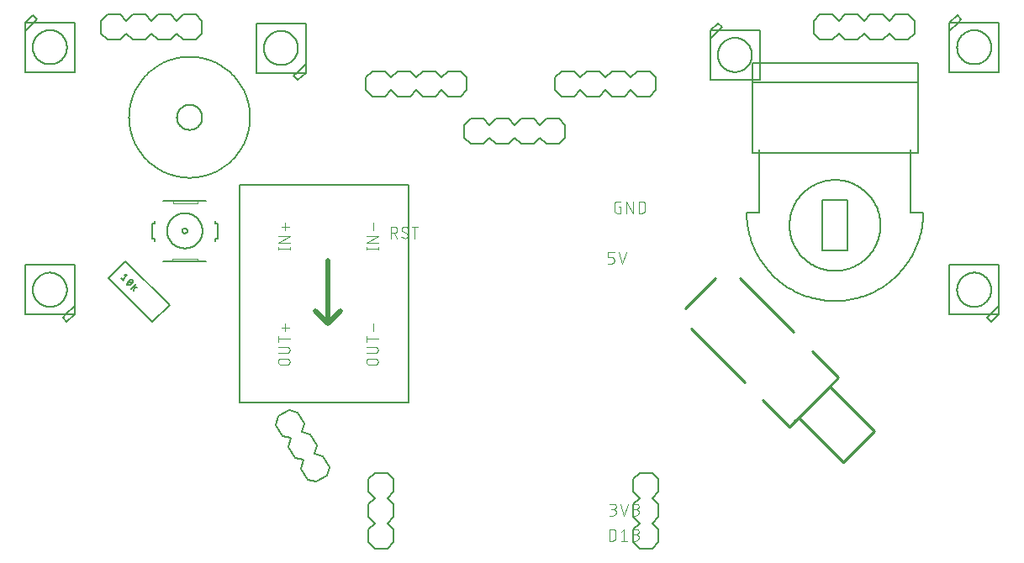
<source format=gto>
G75*
%MOIN*%
%OFA0B0*%
%FSLAX25Y25*%
%IPPOS*%
%LPD*%
%AMOC8*
5,1,8,0,0,1.08239X$1,22.5*
%
%ADD10C,0.00500*%
%ADD11C,0.00800*%
%ADD12C,0.00600*%
%ADD13C,0.00400*%
%ADD14C,0.00200*%
%ADD15C,0.01000*%
%ADD16C,0.01969*%
D10*
X0123800Y0082186D02*
X0190729Y0082186D01*
X0190729Y0168800D01*
X0123800Y0168800D01*
X0123800Y0082186D01*
X0058343Y0117257D02*
X0058343Y0120801D01*
X0054799Y0117257D01*
X0053618Y0116076D01*
X0055193Y0114502D01*
X0058343Y0117257D01*
X0054799Y0117257D01*
X0038657Y0117257D01*
X0038657Y0136943D01*
X0058343Y0136943D01*
X0058343Y0120801D01*
X0041727Y0127100D02*
X0041729Y0127266D01*
X0041735Y0127432D01*
X0041745Y0127598D01*
X0041760Y0127764D01*
X0041778Y0127929D01*
X0041800Y0128094D01*
X0041827Y0128258D01*
X0041857Y0128421D01*
X0041892Y0128584D01*
X0041930Y0128746D01*
X0041972Y0128906D01*
X0042019Y0129066D01*
X0042069Y0129225D01*
X0042123Y0129382D01*
X0042181Y0129538D01*
X0042243Y0129692D01*
X0042308Y0129845D01*
X0042377Y0129996D01*
X0042450Y0130145D01*
X0042527Y0130293D01*
X0042607Y0130438D01*
X0042691Y0130582D01*
X0042778Y0130724D01*
X0042868Y0130863D01*
X0042962Y0131000D01*
X0043060Y0131135D01*
X0043161Y0131267D01*
X0043264Y0131397D01*
X0043371Y0131524D01*
X0043482Y0131648D01*
X0043595Y0131770D01*
X0043711Y0131889D01*
X0043830Y0132005D01*
X0043952Y0132118D01*
X0044076Y0132229D01*
X0044203Y0132336D01*
X0044333Y0132439D01*
X0044465Y0132540D01*
X0044600Y0132638D01*
X0044737Y0132732D01*
X0044876Y0132822D01*
X0045018Y0132909D01*
X0045162Y0132993D01*
X0045307Y0133073D01*
X0045455Y0133150D01*
X0045604Y0133223D01*
X0045755Y0133292D01*
X0045908Y0133357D01*
X0046062Y0133419D01*
X0046218Y0133477D01*
X0046375Y0133531D01*
X0046534Y0133581D01*
X0046694Y0133628D01*
X0046854Y0133670D01*
X0047016Y0133708D01*
X0047179Y0133743D01*
X0047342Y0133773D01*
X0047506Y0133800D01*
X0047671Y0133822D01*
X0047836Y0133840D01*
X0048002Y0133855D01*
X0048168Y0133865D01*
X0048334Y0133871D01*
X0048500Y0133873D01*
X0048666Y0133871D01*
X0048832Y0133865D01*
X0048998Y0133855D01*
X0049164Y0133840D01*
X0049329Y0133822D01*
X0049494Y0133800D01*
X0049658Y0133773D01*
X0049821Y0133743D01*
X0049984Y0133708D01*
X0050146Y0133670D01*
X0050306Y0133628D01*
X0050466Y0133581D01*
X0050625Y0133531D01*
X0050782Y0133477D01*
X0050938Y0133419D01*
X0051092Y0133357D01*
X0051245Y0133292D01*
X0051396Y0133223D01*
X0051545Y0133150D01*
X0051693Y0133073D01*
X0051838Y0132993D01*
X0051982Y0132909D01*
X0052124Y0132822D01*
X0052263Y0132732D01*
X0052400Y0132638D01*
X0052535Y0132540D01*
X0052667Y0132439D01*
X0052797Y0132336D01*
X0052924Y0132229D01*
X0053048Y0132118D01*
X0053170Y0132005D01*
X0053289Y0131889D01*
X0053405Y0131770D01*
X0053518Y0131648D01*
X0053629Y0131524D01*
X0053736Y0131397D01*
X0053839Y0131267D01*
X0053940Y0131135D01*
X0054038Y0131000D01*
X0054132Y0130863D01*
X0054222Y0130724D01*
X0054309Y0130582D01*
X0054393Y0130438D01*
X0054473Y0130293D01*
X0054550Y0130145D01*
X0054623Y0129996D01*
X0054692Y0129845D01*
X0054757Y0129692D01*
X0054819Y0129538D01*
X0054877Y0129382D01*
X0054931Y0129225D01*
X0054981Y0129066D01*
X0055028Y0128906D01*
X0055070Y0128746D01*
X0055108Y0128584D01*
X0055143Y0128421D01*
X0055173Y0128258D01*
X0055200Y0128094D01*
X0055222Y0127929D01*
X0055240Y0127764D01*
X0055255Y0127598D01*
X0055265Y0127432D01*
X0055271Y0127266D01*
X0055273Y0127100D01*
X0055271Y0126934D01*
X0055265Y0126768D01*
X0055255Y0126602D01*
X0055240Y0126436D01*
X0055222Y0126271D01*
X0055200Y0126106D01*
X0055173Y0125942D01*
X0055143Y0125779D01*
X0055108Y0125616D01*
X0055070Y0125454D01*
X0055028Y0125294D01*
X0054981Y0125134D01*
X0054931Y0124975D01*
X0054877Y0124818D01*
X0054819Y0124662D01*
X0054757Y0124508D01*
X0054692Y0124355D01*
X0054623Y0124204D01*
X0054550Y0124055D01*
X0054473Y0123907D01*
X0054393Y0123762D01*
X0054309Y0123618D01*
X0054222Y0123476D01*
X0054132Y0123337D01*
X0054038Y0123200D01*
X0053940Y0123065D01*
X0053839Y0122933D01*
X0053736Y0122803D01*
X0053629Y0122676D01*
X0053518Y0122552D01*
X0053405Y0122430D01*
X0053289Y0122311D01*
X0053170Y0122195D01*
X0053048Y0122082D01*
X0052924Y0121971D01*
X0052797Y0121864D01*
X0052667Y0121761D01*
X0052535Y0121660D01*
X0052400Y0121562D01*
X0052263Y0121468D01*
X0052124Y0121378D01*
X0051982Y0121291D01*
X0051838Y0121207D01*
X0051693Y0121127D01*
X0051545Y0121050D01*
X0051396Y0120977D01*
X0051245Y0120908D01*
X0051092Y0120843D01*
X0050938Y0120781D01*
X0050782Y0120723D01*
X0050625Y0120669D01*
X0050466Y0120619D01*
X0050306Y0120572D01*
X0050146Y0120530D01*
X0049984Y0120492D01*
X0049821Y0120457D01*
X0049658Y0120427D01*
X0049494Y0120400D01*
X0049329Y0120378D01*
X0049164Y0120360D01*
X0048998Y0120345D01*
X0048832Y0120335D01*
X0048666Y0120329D01*
X0048500Y0120327D01*
X0048334Y0120329D01*
X0048168Y0120335D01*
X0048002Y0120345D01*
X0047836Y0120360D01*
X0047671Y0120378D01*
X0047506Y0120400D01*
X0047342Y0120427D01*
X0047179Y0120457D01*
X0047016Y0120492D01*
X0046854Y0120530D01*
X0046694Y0120572D01*
X0046534Y0120619D01*
X0046375Y0120669D01*
X0046218Y0120723D01*
X0046062Y0120781D01*
X0045908Y0120843D01*
X0045755Y0120908D01*
X0045604Y0120977D01*
X0045455Y0121050D01*
X0045307Y0121127D01*
X0045162Y0121207D01*
X0045018Y0121291D01*
X0044876Y0121378D01*
X0044737Y0121468D01*
X0044600Y0121562D01*
X0044465Y0121660D01*
X0044333Y0121761D01*
X0044203Y0121864D01*
X0044076Y0121971D01*
X0043952Y0122082D01*
X0043830Y0122195D01*
X0043711Y0122311D01*
X0043595Y0122430D01*
X0043482Y0122552D01*
X0043371Y0122676D01*
X0043264Y0122803D01*
X0043161Y0122933D01*
X0043060Y0123065D01*
X0042962Y0123200D01*
X0042868Y0123337D01*
X0042778Y0123476D01*
X0042691Y0123618D01*
X0042607Y0123762D01*
X0042527Y0123907D01*
X0042450Y0124055D01*
X0042377Y0124204D01*
X0042308Y0124355D01*
X0042243Y0124508D01*
X0042181Y0124662D01*
X0042123Y0124818D01*
X0042069Y0124975D01*
X0042019Y0125134D01*
X0041972Y0125294D01*
X0041930Y0125454D01*
X0041892Y0125616D01*
X0041857Y0125779D01*
X0041827Y0125942D01*
X0041800Y0126106D01*
X0041778Y0126271D01*
X0041760Y0126436D01*
X0041745Y0126602D01*
X0041735Y0126768D01*
X0041729Y0126934D01*
X0041727Y0127100D01*
X0076729Y0131603D02*
X0077790Y0130543D01*
X0077259Y0131073D02*
X0079168Y0132982D01*
X0078214Y0133088D01*
X0081311Y0130309D02*
X0081279Y0130223D01*
X0081244Y0130138D01*
X0081205Y0130055D01*
X0081163Y0129974D01*
X0081118Y0129894D01*
X0081069Y0129816D01*
X0081017Y0129740D01*
X0080962Y0129667D01*
X0080905Y0129596D01*
X0080844Y0129527D01*
X0080780Y0129461D01*
X0079720Y0130521D02*
X0079786Y0130585D01*
X0079855Y0130646D01*
X0079926Y0130703D01*
X0079999Y0130758D01*
X0080075Y0130810D01*
X0080153Y0130859D01*
X0080233Y0130904D01*
X0080314Y0130946D01*
X0080397Y0130985D01*
X0080482Y0131020D01*
X0080568Y0131052D01*
X0081204Y0130945D02*
X0081236Y0130912D01*
X0081264Y0130875D01*
X0081289Y0130837D01*
X0081311Y0130797D01*
X0081329Y0130755D01*
X0081344Y0130711D01*
X0081355Y0130667D01*
X0081363Y0130622D01*
X0081367Y0130576D01*
X0081367Y0130530D01*
X0081363Y0130484D01*
X0081355Y0130439D01*
X0081344Y0130394D01*
X0081329Y0130351D01*
X0081311Y0130309D01*
X0081205Y0130097D02*
X0079296Y0129885D01*
X0079296Y0129037D02*
X0079329Y0129005D01*
X0079366Y0128977D01*
X0079404Y0128952D01*
X0079444Y0128930D01*
X0079486Y0128912D01*
X0079530Y0128897D01*
X0079574Y0128886D01*
X0079619Y0128878D01*
X0079665Y0128874D01*
X0079711Y0128874D01*
X0079757Y0128878D01*
X0079802Y0128886D01*
X0079847Y0128897D01*
X0079890Y0128912D01*
X0079932Y0128930D01*
X0079296Y0129037D02*
X0079264Y0129070D01*
X0079236Y0129107D01*
X0079211Y0129145D01*
X0079189Y0129185D01*
X0079171Y0129227D01*
X0079156Y0129271D01*
X0079145Y0129315D01*
X0079137Y0129360D01*
X0079133Y0129406D01*
X0079133Y0129452D01*
X0079137Y0129498D01*
X0079145Y0129543D01*
X0079156Y0129588D01*
X0079171Y0129631D01*
X0079189Y0129673D01*
X0079932Y0128931D02*
X0080018Y0128963D01*
X0080103Y0128998D01*
X0080186Y0129037D01*
X0080268Y0129079D01*
X0080348Y0129124D01*
X0080425Y0129173D01*
X0080501Y0129225D01*
X0080575Y0129279D01*
X0080646Y0129337D01*
X0080715Y0129398D01*
X0080781Y0129461D01*
X0079720Y0130521D02*
X0079656Y0130455D01*
X0079595Y0130386D01*
X0079538Y0130315D01*
X0079483Y0130242D01*
X0079431Y0130166D01*
X0079382Y0130088D01*
X0079337Y0130008D01*
X0079295Y0129927D01*
X0079256Y0129844D01*
X0079221Y0129759D01*
X0079189Y0129673D01*
X0080568Y0131052D02*
X0080610Y0131070D01*
X0080653Y0131085D01*
X0080698Y0131096D01*
X0080743Y0131104D01*
X0080789Y0131108D01*
X0080835Y0131108D01*
X0080881Y0131104D01*
X0080926Y0131096D01*
X0080970Y0131085D01*
X0081014Y0131070D01*
X0081056Y0131052D01*
X0081096Y0131030D01*
X0081134Y0131005D01*
X0081171Y0130977D01*
X0081204Y0130945D01*
X0082785Y0129366D02*
X0080876Y0127457D01*
X0081512Y0128093D02*
X0082997Y0127881D01*
X0082148Y0127987D02*
X0081724Y0126608D01*
X0146793Y0210402D02*
X0149943Y0213157D01*
X0146399Y0213157D01*
X0145218Y0211976D01*
X0146793Y0210402D01*
X0146399Y0213157D02*
X0149943Y0216701D01*
X0149943Y0213157D01*
X0146399Y0213157D02*
X0130257Y0213157D01*
X0130257Y0232843D01*
X0149943Y0232843D01*
X0149943Y0216701D01*
X0133327Y0223000D02*
X0133329Y0223166D01*
X0133335Y0223332D01*
X0133345Y0223498D01*
X0133360Y0223664D01*
X0133378Y0223829D01*
X0133400Y0223994D01*
X0133427Y0224158D01*
X0133457Y0224321D01*
X0133492Y0224484D01*
X0133530Y0224646D01*
X0133572Y0224806D01*
X0133619Y0224966D01*
X0133669Y0225125D01*
X0133723Y0225282D01*
X0133781Y0225438D01*
X0133843Y0225592D01*
X0133908Y0225745D01*
X0133977Y0225896D01*
X0134050Y0226045D01*
X0134127Y0226193D01*
X0134207Y0226338D01*
X0134291Y0226482D01*
X0134378Y0226624D01*
X0134468Y0226763D01*
X0134562Y0226900D01*
X0134660Y0227035D01*
X0134761Y0227167D01*
X0134864Y0227297D01*
X0134971Y0227424D01*
X0135082Y0227548D01*
X0135195Y0227670D01*
X0135311Y0227789D01*
X0135430Y0227905D01*
X0135552Y0228018D01*
X0135676Y0228129D01*
X0135803Y0228236D01*
X0135933Y0228339D01*
X0136065Y0228440D01*
X0136200Y0228538D01*
X0136337Y0228632D01*
X0136476Y0228722D01*
X0136618Y0228809D01*
X0136762Y0228893D01*
X0136907Y0228973D01*
X0137055Y0229050D01*
X0137204Y0229123D01*
X0137355Y0229192D01*
X0137508Y0229257D01*
X0137662Y0229319D01*
X0137818Y0229377D01*
X0137975Y0229431D01*
X0138134Y0229481D01*
X0138294Y0229528D01*
X0138454Y0229570D01*
X0138616Y0229608D01*
X0138779Y0229643D01*
X0138942Y0229673D01*
X0139106Y0229700D01*
X0139271Y0229722D01*
X0139436Y0229740D01*
X0139602Y0229755D01*
X0139768Y0229765D01*
X0139934Y0229771D01*
X0140100Y0229773D01*
X0140266Y0229771D01*
X0140432Y0229765D01*
X0140598Y0229755D01*
X0140764Y0229740D01*
X0140929Y0229722D01*
X0141094Y0229700D01*
X0141258Y0229673D01*
X0141421Y0229643D01*
X0141584Y0229608D01*
X0141746Y0229570D01*
X0141906Y0229528D01*
X0142066Y0229481D01*
X0142225Y0229431D01*
X0142382Y0229377D01*
X0142538Y0229319D01*
X0142692Y0229257D01*
X0142845Y0229192D01*
X0142996Y0229123D01*
X0143145Y0229050D01*
X0143293Y0228973D01*
X0143438Y0228893D01*
X0143582Y0228809D01*
X0143724Y0228722D01*
X0143863Y0228632D01*
X0144000Y0228538D01*
X0144135Y0228440D01*
X0144267Y0228339D01*
X0144397Y0228236D01*
X0144524Y0228129D01*
X0144648Y0228018D01*
X0144770Y0227905D01*
X0144889Y0227789D01*
X0145005Y0227670D01*
X0145118Y0227548D01*
X0145229Y0227424D01*
X0145336Y0227297D01*
X0145439Y0227167D01*
X0145540Y0227035D01*
X0145638Y0226900D01*
X0145732Y0226763D01*
X0145822Y0226624D01*
X0145909Y0226482D01*
X0145993Y0226338D01*
X0146073Y0226193D01*
X0146150Y0226045D01*
X0146223Y0225896D01*
X0146292Y0225745D01*
X0146357Y0225592D01*
X0146419Y0225438D01*
X0146477Y0225282D01*
X0146531Y0225125D01*
X0146581Y0224966D01*
X0146628Y0224806D01*
X0146670Y0224646D01*
X0146708Y0224484D01*
X0146743Y0224321D01*
X0146773Y0224158D01*
X0146800Y0223994D01*
X0146822Y0223829D01*
X0146840Y0223664D01*
X0146855Y0223498D01*
X0146865Y0223332D01*
X0146871Y0223166D01*
X0146873Y0223000D01*
X0146871Y0222834D01*
X0146865Y0222668D01*
X0146855Y0222502D01*
X0146840Y0222336D01*
X0146822Y0222171D01*
X0146800Y0222006D01*
X0146773Y0221842D01*
X0146743Y0221679D01*
X0146708Y0221516D01*
X0146670Y0221354D01*
X0146628Y0221194D01*
X0146581Y0221034D01*
X0146531Y0220875D01*
X0146477Y0220718D01*
X0146419Y0220562D01*
X0146357Y0220408D01*
X0146292Y0220255D01*
X0146223Y0220104D01*
X0146150Y0219955D01*
X0146073Y0219807D01*
X0145993Y0219662D01*
X0145909Y0219518D01*
X0145822Y0219376D01*
X0145732Y0219237D01*
X0145638Y0219100D01*
X0145540Y0218965D01*
X0145439Y0218833D01*
X0145336Y0218703D01*
X0145229Y0218576D01*
X0145118Y0218452D01*
X0145005Y0218330D01*
X0144889Y0218211D01*
X0144770Y0218095D01*
X0144648Y0217982D01*
X0144524Y0217871D01*
X0144397Y0217764D01*
X0144267Y0217661D01*
X0144135Y0217560D01*
X0144000Y0217462D01*
X0143863Y0217368D01*
X0143724Y0217278D01*
X0143582Y0217191D01*
X0143438Y0217107D01*
X0143293Y0217027D01*
X0143145Y0216950D01*
X0142996Y0216877D01*
X0142845Y0216808D01*
X0142692Y0216743D01*
X0142538Y0216681D01*
X0142382Y0216623D01*
X0142225Y0216569D01*
X0142066Y0216519D01*
X0141906Y0216472D01*
X0141746Y0216430D01*
X0141584Y0216392D01*
X0141421Y0216357D01*
X0141258Y0216327D01*
X0141094Y0216300D01*
X0140929Y0216278D01*
X0140764Y0216260D01*
X0140598Y0216245D01*
X0140432Y0216235D01*
X0140266Y0216229D01*
X0140100Y0216227D01*
X0139934Y0216229D01*
X0139768Y0216235D01*
X0139602Y0216245D01*
X0139436Y0216260D01*
X0139271Y0216278D01*
X0139106Y0216300D01*
X0138942Y0216327D01*
X0138779Y0216357D01*
X0138616Y0216392D01*
X0138454Y0216430D01*
X0138294Y0216472D01*
X0138134Y0216519D01*
X0137975Y0216569D01*
X0137818Y0216623D01*
X0137662Y0216681D01*
X0137508Y0216743D01*
X0137355Y0216808D01*
X0137204Y0216877D01*
X0137055Y0216950D01*
X0136907Y0217027D01*
X0136762Y0217107D01*
X0136618Y0217191D01*
X0136476Y0217278D01*
X0136337Y0217368D01*
X0136200Y0217462D01*
X0136065Y0217560D01*
X0135933Y0217661D01*
X0135803Y0217764D01*
X0135676Y0217871D01*
X0135552Y0217982D01*
X0135430Y0218095D01*
X0135311Y0218211D01*
X0135195Y0218330D01*
X0135082Y0218452D01*
X0134971Y0218576D01*
X0134864Y0218703D01*
X0134761Y0218833D01*
X0134660Y0218965D01*
X0134562Y0219100D01*
X0134468Y0219237D01*
X0134378Y0219376D01*
X0134291Y0219518D01*
X0134207Y0219662D01*
X0134127Y0219807D01*
X0134050Y0219955D01*
X0133977Y0220104D01*
X0133908Y0220255D01*
X0133843Y0220408D01*
X0133781Y0220562D01*
X0133723Y0220718D01*
X0133669Y0220875D01*
X0133619Y0221034D01*
X0133572Y0221194D01*
X0133530Y0221354D01*
X0133492Y0221516D01*
X0133457Y0221679D01*
X0133427Y0221842D01*
X0133400Y0222006D01*
X0133378Y0222171D01*
X0133360Y0222336D01*
X0133345Y0222502D01*
X0133335Y0222668D01*
X0133329Y0222834D01*
X0133327Y0223000D01*
X0058343Y0213457D02*
X0058343Y0233143D01*
X0042201Y0233143D01*
X0043382Y0234324D01*
X0041807Y0235898D01*
X0038657Y0233143D01*
X0042201Y0233143D01*
X0038657Y0229599D01*
X0038657Y0233143D01*
X0038657Y0229599D02*
X0038657Y0213457D01*
X0058343Y0213457D01*
X0041727Y0223300D02*
X0041729Y0223466D01*
X0041735Y0223632D01*
X0041745Y0223798D01*
X0041760Y0223964D01*
X0041778Y0224129D01*
X0041800Y0224294D01*
X0041827Y0224458D01*
X0041857Y0224621D01*
X0041892Y0224784D01*
X0041930Y0224946D01*
X0041972Y0225106D01*
X0042019Y0225266D01*
X0042069Y0225425D01*
X0042123Y0225582D01*
X0042181Y0225738D01*
X0042243Y0225892D01*
X0042308Y0226045D01*
X0042377Y0226196D01*
X0042450Y0226345D01*
X0042527Y0226493D01*
X0042607Y0226638D01*
X0042691Y0226782D01*
X0042778Y0226924D01*
X0042868Y0227063D01*
X0042962Y0227200D01*
X0043060Y0227335D01*
X0043161Y0227467D01*
X0043264Y0227597D01*
X0043371Y0227724D01*
X0043482Y0227848D01*
X0043595Y0227970D01*
X0043711Y0228089D01*
X0043830Y0228205D01*
X0043952Y0228318D01*
X0044076Y0228429D01*
X0044203Y0228536D01*
X0044333Y0228639D01*
X0044465Y0228740D01*
X0044600Y0228838D01*
X0044737Y0228932D01*
X0044876Y0229022D01*
X0045018Y0229109D01*
X0045162Y0229193D01*
X0045307Y0229273D01*
X0045455Y0229350D01*
X0045604Y0229423D01*
X0045755Y0229492D01*
X0045908Y0229557D01*
X0046062Y0229619D01*
X0046218Y0229677D01*
X0046375Y0229731D01*
X0046534Y0229781D01*
X0046694Y0229828D01*
X0046854Y0229870D01*
X0047016Y0229908D01*
X0047179Y0229943D01*
X0047342Y0229973D01*
X0047506Y0230000D01*
X0047671Y0230022D01*
X0047836Y0230040D01*
X0048002Y0230055D01*
X0048168Y0230065D01*
X0048334Y0230071D01*
X0048500Y0230073D01*
X0048666Y0230071D01*
X0048832Y0230065D01*
X0048998Y0230055D01*
X0049164Y0230040D01*
X0049329Y0230022D01*
X0049494Y0230000D01*
X0049658Y0229973D01*
X0049821Y0229943D01*
X0049984Y0229908D01*
X0050146Y0229870D01*
X0050306Y0229828D01*
X0050466Y0229781D01*
X0050625Y0229731D01*
X0050782Y0229677D01*
X0050938Y0229619D01*
X0051092Y0229557D01*
X0051245Y0229492D01*
X0051396Y0229423D01*
X0051545Y0229350D01*
X0051693Y0229273D01*
X0051838Y0229193D01*
X0051982Y0229109D01*
X0052124Y0229022D01*
X0052263Y0228932D01*
X0052400Y0228838D01*
X0052535Y0228740D01*
X0052667Y0228639D01*
X0052797Y0228536D01*
X0052924Y0228429D01*
X0053048Y0228318D01*
X0053170Y0228205D01*
X0053289Y0228089D01*
X0053405Y0227970D01*
X0053518Y0227848D01*
X0053629Y0227724D01*
X0053736Y0227597D01*
X0053839Y0227467D01*
X0053940Y0227335D01*
X0054038Y0227200D01*
X0054132Y0227063D01*
X0054222Y0226924D01*
X0054309Y0226782D01*
X0054393Y0226638D01*
X0054473Y0226493D01*
X0054550Y0226345D01*
X0054623Y0226196D01*
X0054692Y0226045D01*
X0054757Y0225892D01*
X0054819Y0225738D01*
X0054877Y0225582D01*
X0054931Y0225425D01*
X0054981Y0225266D01*
X0055028Y0225106D01*
X0055070Y0224946D01*
X0055108Y0224784D01*
X0055143Y0224621D01*
X0055173Y0224458D01*
X0055200Y0224294D01*
X0055222Y0224129D01*
X0055240Y0223964D01*
X0055255Y0223798D01*
X0055265Y0223632D01*
X0055271Y0223466D01*
X0055273Y0223300D01*
X0055271Y0223134D01*
X0055265Y0222968D01*
X0055255Y0222802D01*
X0055240Y0222636D01*
X0055222Y0222471D01*
X0055200Y0222306D01*
X0055173Y0222142D01*
X0055143Y0221979D01*
X0055108Y0221816D01*
X0055070Y0221654D01*
X0055028Y0221494D01*
X0054981Y0221334D01*
X0054931Y0221175D01*
X0054877Y0221018D01*
X0054819Y0220862D01*
X0054757Y0220708D01*
X0054692Y0220555D01*
X0054623Y0220404D01*
X0054550Y0220255D01*
X0054473Y0220107D01*
X0054393Y0219962D01*
X0054309Y0219818D01*
X0054222Y0219676D01*
X0054132Y0219537D01*
X0054038Y0219400D01*
X0053940Y0219265D01*
X0053839Y0219133D01*
X0053736Y0219003D01*
X0053629Y0218876D01*
X0053518Y0218752D01*
X0053405Y0218630D01*
X0053289Y0218511D01*
X0053170Y0218395D01*
X0053048Y0218282D01*
X0052924Y0218171D01*
X0052797Y0218064D01*
X0052667Y0217961D01*
X0052535Y0217860D01*
X0052400Y0217762D01*
X0052263Y0217668D01*
X0052124Y0217578D01*
X0051982Y0217491D01*
X0051838Y0217407D01*
X0051693Y0217327D01*
X0051545Y0217250D01*
X0051396Y0217177D01*
X0051245Y0217108D01*
X0051092Y0217043D01*
X0050938Y0216981D01*
X0050782Y0216923D01*
X0050625Y0216869D01*
X0050466Y0216819D01*
X0050306Y0216772D01*
X0050146Y0216730D01*
X0049984Y0216692D01*
X0049821Y0216657D01*
X0049658Y0216627D01*
X0049494Y0216600D01*
X0049329Y0216578D01*
X0049164Y0216560D01*
X0048998Y0216545D01*
X0048832Y0216535D01*
X0048666Y0216529D01*
X0048500Y0216527D01*
X0048334Y0216529D01*
X0048168Y0216535D01*
X0048002Y0216545D01*
X0047836Y0216560D01*
X0047671Y0216578D01*
X0047506Y0216600D01*
X0047342Y0216627D01*
X0047179Y0216657D01*
X0047016Y0216692D01*
X0046854Y0216730D01*
X0046694Y0216772D01*
X0046534Y0216819D01*
X0046375Y0216869D01*
X0046218Y0216923D01*
X0046062Y0216981D01*
X0045908Y0217043D01*
X0045755Y0217108D01*
X0045604Y0217177D01*
X0045455Y0217250D01*
X0045307Y0217327D01*
X0045162Y0217407D01*
X0045018Y0217491D01*
X0044876Y0217578D01*
X0044737Y0217668D01*
X0044600Y0217762D01*
X0044465Y0217860D01*
X0044333Y0217961D01*
X0044203Y0218064D01*
X0044076Y0218171D01*
X0043952Y0218282D01*
X0043830Y0218395D01*
X0043711Y0218511D01*
X0043595Y0218630D01*
X0043482Y0218752D01*
X0043371Y0218876D01*
X0043264Y0219003D01*
X0043161Y0219133D01*
X0043060Y0219265D01*
X0042962Y0219400D01*
X0042868Y0219537D01*
X0042778Y0219676D01*
X0042691Y0219818D01*
X0042607Y0219962D01*
X0042527Y0220107D01*
X0042450Y0220255D01*
X0042377Y0220404D01*
X0042308Y0220555D01*
X0042243Y0220708D01*
X0042181Y0220862D01*
X0042123Y0221018D01*
X0042069Y0221175D01*
X0042019Y0221334D01*
X0041972Y0221494D01*
X0041930Y0221654D01*
X0041892Y0221816D01*
X0041857Y0221979D01*
X0041827Y0222142D01*
X0041800Y0222306D01*
X0041778Y0222471D01*
X0041760Y0222636D01*
X0041745Y0222802D01*
X0041735Y0222968D01*
X0041729Y0223134D01*
X0041727Y0223300D01*
X0310257Y0226543D02*
X0310257Y0210402D01*
X0329943Y0210402D01*
X0329943Y0230087D01*
X0313801Y0230087D01*
X0314982Y0231268D01*
X0313407Y0232843D01*
X0310257Y0230087D01*
X0313801Y0230087D01*
X0310257Y0226543D01*
X0310257Y0230087D01*
X0313327Y0220244D02*
X0313329Y0220410D01*
X0313335Y0220576D01*
X0313345Y0220742D01*
X0313360Y0220908D01*
X0313378Y0221073D01*
X0313400Y0221238D01*
X0313427Y0221402D01*
X0313457Y0221565D01*
X0313492Y0221728D01*
X0313530Y0221890D01*
X0313572Y0222050D01*
X0313619Y0222210D01*
X0313669Y0222369D01*
X0313723Y0222526D01*
X0313781Y0222682D01*
X0313843Y0222836D01*
X0313908Y0222989D01*
X0313977Y0223140D01*
X0314050Y0223289D01*
X0314127Y0223437D01*
X0314207Y0223582D01*
X0314291Y0223726D01*
X0314378Y0223868D01*
X0314468Y0224007D01*
X0314562Y0224144D01*
X0314660Y0224279D01*
X0314761Y0224411D01*
X0314864Y0224541D01*
X0314971Y0224668D01*
X0315082Y0224792D01*
X0315195Y0224914D01*
X0315311Y0225033D01*
X0315430Y0225149D01*
X0315552Y0225262D01*
X0315676Y0225373D01*
X0315803Y0225480D01*
X0315933Y0225583D01*
X0316065Y0225684D01*
X0316200Y0225782D01*
X0316337Y0225876D01*
X0316476Y0225966D01*
X0316618Y0226053D01*
X0316762Y0226137D01*
X0316907Y0226217D01*
X0317055Y0226294D01*
X0317204Y0226367D01*
X0317355Y0226436D01*
X0317508Y0226501D01*
X0317662Y0226563D01*
X0317818Y0226621D01*
X0317975Y0226675D01*
X0318134Y0226725D01*
X0318294Y0226772D01*
X0318454Y0226814D01*
X0318616Y0226852D01*
X0318779Y0226887D01*
X0318942Y0226917D01*
X0319106Y0226944D01*
X0319271Y0226966D01*
X0319436Y0226984D01*
X0319602Y0226999D01*
X0319768Y0227009D01*
X0319934Y0227015D01*
X0320100Y0227017D01*
X0320266Y0227015D01*
X0320432Y0227009D01*
X0320598Y0226999D01*
X0320764Y0226984D01*
X0320929Y0226966D01*
X0321094Y0226944D01*
X0321258Y0226917D01*
X0321421Y0226887D01*
X0321584Y0226852D01*
X0321746Y0226814D01*
X0321906Y0226772D01*
X0322066Y0226725D01*
X0322225Y0226675D01*
X0322382Y0226621D01*
X0322538Y0226563D01*
X0322692Y0226501D01*
X0322845Y0226436D01*
X0322996Y0226367D01*
X0323145Y0226294D01*
X0323293Y0226217D01*
X0323438Y0226137D01*
X0323582Y0226053D01*
X0323724Y0225966D01*
X0323863Y0225876D01*
X0324000Y0225782D01*
X0324135Y0225684D01*
X0324267Y0225583D01*
X0324397Y0225480D01*
X0324524Y0225373D01*
X0324648Y0225262D01*
X0324770Y0225149D01*
X0324889Y0225033D01*
X0325005Y0224914D01*
X0325118Y0224792D01*
X0325229Y0224668D01*
X0325336Y0224541D01*
X0325439Y0224411D01*
X0325540Y0224279D01*
X0325638Y0224144D01*
X0325732Y0224007D01*
X0325822Y0223868D01*
X0325909Y0223726D01*
X0325993Y0223582D01*
X0326073Y0223437D01*
X0326150Y0223289D01*
X0326223Y0223140D01*
X0326292Y0222989D01*
X0326357Y0222836D01*
X0326419Y0222682D01*
X0326477Y0222526D01*
X0326531Y0222369D01*
X0326581Y0222210D01*
X0326628Y0222050D01*
X0326670Y0221890D01*
X0326708Y0221728D01*
X0326743Y0221565D01*
X0326773Y0221402D01*
X0326800Y0221238D01*
X0326822Y0221073D01*
X0326840Y0220908D01*
X0326855Y0220742D01*
X0326865Y0220576D01*
X0326871Y0220410D01*
X0326873Y0220244D01*
X0326871Y0220078D01*
X0326865Y0219912D01*
X0326855Y0219746D01*
X0326840Y0219580D01*
X0326822Y0219415D01*
X0326800Y0219250D01*
X0326773Y0219086D01*
X0326743Y0218923D01*
X0326708Y0218760D01*
X0326670Y0218598D01*
X0326628Y0218438D01*
X0326581Y0218278D01*
X0326531Y0218119D01*
X0326477Y0217962D01*
X0326419Y0217806D01*
X0326357Y0217652D01*
X0326292Y0217499D01*
X0326223Y0217348D01*
X0326150Y0217199D01*
X0326073Y0217051D01*
X0325993Y0216906D01*
X0325909Y0216762D01*
X0325822Y0216620D01*
X0325732Y0216481D01*
X0325638Y0216344D01*
X0325540Y0216209D01*
X0325439Y0216077D01*
X0325336Y0215947D01*
X0325229Y0215820D01*
X0325118Y0215696D01*
X0325005Y0215574D01*
X0324889Y0215455D01*
X0324770Y0215339D01*
X0324648Y0215226D01*
X0324524Y0215115D01*
X0324397Y0215008D01*
X0324267Y0214905D01*
X0324135Y0214804D01*
X0324000Y0214706D01*
X0323863Y0214612D01*
X0323724Y0214522D01*
X0323582Y0214435D01*
X0323438Y0214351D01*
X0323293Y0214271D01*
X0323145Y0214194D01*
X0322996Y0214121D01*
X0322845Y0214052D01*
X0322692Y0213987D01*
X0322538Y0213925D01*
X0322382Y0213867D01*
X0322225Y0213813D01*
X0322066Y0213763D01*
X0321906Y0213716D01*
X0321746Y0213674D01*
X0321584Y0213636D01*
X0321421Y0213601D01*
X0321258Y0213571D01*
X0321094Y0213544D01*
X0320929Y0213522D01*
X0320764Y0213504D01*
X0320598Y0213489D01*
X0320432Y0213479D01*
X0320266Y0213473D01*
X0320100Y0213471D01*
X0319934Y0213473D01*
X0319768Y0213479D01*
X0319602Y0213489D01*
X0319436Y0213504D01*
X0319271Y0213522D01*
X0319106Y0213544D01*
X0318942Y0213571D01*
X0318779Y0213601D01*
X0318616Y0213636D01*
X0318454Y0213674D01*
X0318294Y0213716D01*
X0318134Y0213763D01*
X0317975Y0213813D01*
X0317818Y0213867D01*
X0317662Y0213925D01*
X0317508Y0213987D01*
X0317355Y0214052D01*
X0317204Y0214121D01*
X0317055Y0214194D01*
X0316907Y0214271D01*
X0316762Y0214351D01*
X0316618Y0214435D01*
X0316476Y0214522D01*
X0316337Y0214612D01*
X0316200Y0214706D01*
X0316065Y0214804D01*
X0315933Y0214905D01*
X0315803Y0215008D01*
X0315676Y0215115D01*
X0315552Y0215226D01*
X0315430Y0215339D01*
X0315311Y0215455D01*
X0315195Y0215574D01*
X0315082Y0215696D01*
X0314971Y0215820D01*
X0314864Y0215947D01*
X0314761Y0216077D01*
X0314660Y0216209D01*
X0314562Y0216344D01*
X0314468Y0216481D01*
X0314378Y0216620D01*
X0314291Y0216762D01*
X0314207Y0216906D01*
X0314127Y0217051D01*
X0314050Y0217199D01*
X0313977Y0217348D01*
X0313908Y0217499D01*
X0313843Y0217652D01*
X0313781Y0217806D01*
X0313723Y0217962D01*
X0313669Y0218119D01*
X0313619Y0218278D01*
X0313572Y0218438D01*
X0313530Y0218598D01*
X0313492Y0218760D01*
X0313457Y0218923D01*
X0313427Y0219086D01*
X0313400Y0219250D01*
X0313378Y0219415D01*
X0313360Y0219580D01*
X0313345Y0219746D01*
X0313335Y0219912D01*
X0313329Y0220078D01*
X0313327Y0220244D01*
X0329800Y0182600D02*
X0329800Y0157600D01*
X0324800Y0157600D01*
X0354800Y0162600D02*
X0354800Y0142600D01*
X0364800Y0142600D01*
X0364800Y0162600D01*
X0354800Y0162600D01*
X0324800Y0157600D02*
X0324810Y0156748D01*
X0324842Y0155896D01*
X0324893Y0155045D01*
X0324966Y0154196D01*
X0325059Y0153349D01*
X0325173Y0152504D01*
X0325307Y0151662D01*
X0325462Y0150824D01*
X0325637Y0149990D01*
X0325833Y0149160D01*
X0326048Y0148336D01*
X0326284Y0147517D01*
X0326539Y0146703D01*
X0326815Y0145897D01*
X0327109Y0145097D01*
X0327424Y0144305D01*
X0327757Y0143520D01*
X0328109Y0142744D01*
X0328480Y0141977D01*
X0328870Y0141219D01*
X0329278Y0140470D01*
X0329704Y0139732D01*
X0330148Y0139005D01*
X0330610Y0138288D01*
X0331089Y0137583D01*
X0331585Y0136890D01*
X0332098Y0136209D01*
X0332627Y0135541D01*
X0333172Y0134886D01*
X0333733Y0134244D01*
X0334309Y0133616D01*
X0334901Y0133002D01*
X0335507Y0132403D01*
X0336128Y0131819D01*
X0336763Y0131251D01*
X0337411Y0130697D01*
X0338073Y0130160D01*
X0338748Y0129639D01*
X0339435Y0129135D01*
X0340134Y0128647D01*
X0340845Y0128177D01*
X0341567Y0127724D01*
X0342300Y0127289D01*
X0343043Y0126872D01*
X0343797Y0126473D01*
X0344559Y0126093D01*
X0345331Y0125731D01*
X0346111Y0125388D01*
X0346900Y0125064D01*
X0347696Y0124760D01*
X0348499Y0124475D01*
X0349309Y0124209D01*
X0350125Y0123964D01*
X0350947Y0123738D01*
X0351775Y0123533D01*
X0352606Y0123347D01*
X0353443Y0123182D01*
X0354283Y0123038D01*
X0355126Y0122913D01*
X0355972Y0122810D01*
X0356820Y0122727D01*
X0357670Y0122665D01*
X0358522Y0122623D01*
X0359374Y0122603D01*
X0360226Y0122603D01*
X0361078Y0122623D01*
X0361930Y0122665D01*
X0362780Y0122727D01*
X0363628Y0122810D01*
X0364474Y0122913D01*
X0365317Y0123038D01*
X0366157Y0123182D01*
X0366994Y0123347D01*
X0367825Y0123533D01*
X0368653Y0123738D01*
X0369475Y0123964D01*
X0370291Y0124209D01*
X0371101Y0124475D01*
X0371904Y0124760D01*
X0372700Y0125064D01*
X0373489Y0125388D01*
X0374269Y0125731D01*
X0375041Y0126093D01*
X0375803Y0126473D01*
X0376557Y0126872D01*
X0377300Y0127289D01*
X0378033Y0127724D01*
X0378755Y0128177D01*
X0379466Y0128647D01*
X0380165Y0129135D01*
X0380852Y0129639D01*
X0381527Y0130160D01*
X0382189Y0130697D01*
X0382837Y0131251D01*
X0383472Y0131819D01*
X0384093Y0132403D01*
X0384699Y0133002D01*
X0385291Y0133616D01*
X0385867Y0134244D01*
X0386428Y0134886D01*
X0386973Y0135541D01*
X0387502Y0136209D01*
X0388015Y0136890D01*
X0388511Y0137583D01*
X0388990Y0138288D01*
X0389452Y0139005D01*
X0389896Y0139732D01*
X0390322Y0140470D01*
X0390730Y0141219D01*
X0391120Y0141977D01*
X0391491Y0142744D01*
X0391843Y0143520D01*
X0392176Y0144305D01*
X0392491Y0145097D01*
X0392785Y0145897D01*
X0393061Y0146703D01*
X0393316Y0147517D01*
X0393552Y0148336D01*
X0393767Y0149160D01*
X0393963Y0149990D01*
X0394138Y0150824D01*
X0394293Y0151662D01*
X0394427Y0152504D01*
X0394541Y0153349D01*
X0394634Y0154196D01*
X0394707Y0155045D01*
X0394758Y0155896D01*
X0394790Y0156748D01*
X0394800Y0157600D01*
X0389800Y0157600D01*
X0389800Y0182600D01*
X0405157Y0213457D02*
X0405157Y0229599D01*
X0408701Y0233143D01*
X0409882Y0234324D01*
X0408307Y0235898D01*
X0405157Y0233143D01*
X0408701Y0233143D01*
X0424843Y0233143D01*
X0424843Y0213457D01*
X0405157Y0213457D01*
X0408227Y0223300D02*
X0408229Y0223466D01*
X0408235Y0223632D01*
X0408245Y0223798D01*
X0408260Y0223964D01*
X0408278Y0224129D01*
X0408300Y0224294D01*
X0408327Y0224458D01*
X0408357Y0224621D01*
X0408392Y0224784D01*
X0408430Y0224946D01*
X0408472Y0225106D01*
X0408519Y0225266D01*
X0408569Y0225425D01*
X0408623Y0225582D01*
X0408681Y0225738D01*
X0408743Y0225892D01*
X0408808Y0226045D01*
X0408877Y0226196D01*
X0408950Y0226345D01*
X0409027Y0226493D01*
X0409107Y0226638D01*
X0409191Y0226782D01*
X0409278Y0226924D01*
X0409368Y0227063D01*
X0409462Y0227200D01*
X0409560Y0227335D01*
X0409661Y0227467D01*
X0409764Y0227597D01*
X0409871Y0227724D01*
X0409982Y0227848D01*
X0410095Y0227970D01*
X0410211Y0228089D01*
X0410330Y0228205D01*
X0410452Y0228318D01*
X0410576Y0228429D01*
X0410703Y0228536D01*
X0410833Y0228639D01*
X0410965Y0228740D01*
X0411100Y0228838D01*
X0411237Y0228932D01*
X0411376Y0229022D01*
X0411518Y0229109D01*
X0411662Y0229193D01*
X0411807Y0229273D01*
X0411955Y0229350D01*
X0412104Y0229423D01*
X0412255Y0229492D01*
X0412408Y0229557D01*
X0412562Y0229619D01*
X0412718Y0229677D01*
X0412875Y0229731D01*
X0413034Y0229781D01*
X0413194Y0229828D01*
X0413354Y0229870D01*
X0413516Y0229908D01*
X0413679Y0229943D01*
X0413842Y0229973D01*
X0414006Y0230000D01*
X0414171Y0230022D01*
X0414336Y0230040D01*
X0414502Y0230055D01*
X0414668Y0230065D01*
X0414834Y0230071D01*
X0415000Y0230073D01*
X0415166Y0230071D01*
X0415332Y0230065D01*
X0415498Y0230055D01*
X0415664Y0230040D01*
X0415829Y0230022D01*
X0415994Y0230000D01*
X0416158Y0229973D01*
X0416321Y0229943D01*
X0416484Y0229908D01*
X0416646Y0229870D01*
X0416806Y0229828D01*
X0416966Y0229781D01*
X0417125Y0229731D01*
X0417282Y0229677D01*
X0417438Y0229619D01*
X0417592Y0229557D01*
X0417745Y0229492D01*
X0417896Y0229423D01*
X0418045Y0229350D01*
X0418193Y0229273D01*
X0418338Y0229193D01*
X0418482Y0229109D01*
X0418624Y0229022D01*
X0418763Y0228932D01*
X0418900Y0228838D01*
X0419035Y0228740D01*
X0419167Y0228639D01*
X0419297Y0228536D01*
X0419424Y0228429D01*
X0419548Y0228318D01*
X0419670Y0228205D01*
X0419789Y0228089D01*
X0419905Y0227970D01*
X0420018Y0227848D01*
X0420129Y0227724D01*
X0420236Y0227597D01*
X0420339Y0227467D01*
X0420440Y0227335D01*
X0420538Y0227200D01*
X0420632Y0227063D01*
X0420722Y0226924D01*
X0420809Y0226782D01*
X0420893Y0226638D01*
X0420973Y0226493D01*
X0421050Y0226345D01*
X0421123Y0226196D01*
X0421192Y0226045D01*
X0421257Y0225892D01*
X0421319Y0225738D01*
X0421377Y0225582D01*
X0421431Y0225425D01*
X0421481Y0225266D01*
X0421528Y0225106D01*
X0421570Y0224946D01*
X0421608Y0224784D01*
X0421643Y0224621D01*
X0421673Y0224458D01*
X0421700Y0224294D01*
X0421722Y0224129D01*
X0421740Y0223964D01*
X0421755Y0223798D01*
X0421765Y0223632D01*
X0421771Y0223466D01*
X0421773Y0223300D01*
X0421771Y0223134D01*
X0421765Y0222968D01*
X0421755Y0222802D01*
X0421740Y0222636D01*
X0421722Y0222471D01*
X0421700Y0222306D01*
X0421673Y0222142D01*
X0421643Y0221979D01*
X0421608Y0221816D01*
X0421570Y0221654D01*
X0421528Y0221494D01*
X0421481Y0221334D01*
X0421431Y0221175D01*
X0421377Y0221018D01*
X0421319Y0220862D01*
X0421257Y0220708D01*
X0421192Y0220555D01*
X0421123Y0220404D01*
X0421050Y0220255D01*
X0420973Y0220107D01*
X0420893Y0219962D01*
X0420809Y0219818D01*
X0420722Y0219676D01*
X0420632Y0219537D01*
X0420538Y0219400D01*
X0420440Y0219265D01*
X0420339Y0219133D01*
X0420236Y0219003D01*
X0420129Y0218876D01*
X0420018Y0218752D01*
X0419905Y0218630D01*
X0419789Y0218511D01*
X0419670Y0218395D01*
X0419548Y0218282D01*
X0419424Y0218171D01*
X0419297Y0218064D01*
X0419167Y0217961D01*
X0419035Y0217860D01*
X0418900Y0217762D01*
X0418763Y0217668D01*
X0418624Y0217578D01*
X0418482Y0217491D01*
X0418338Y0217407D01*
X0418193Y0217327D01*
X0418045Y0217250D01*
X0417896Y0217177D01*
X0417745Y0217108D01*
X0417592Y0217043D01*
X0417438Y0216981D01*
X0417282Y0216923D01*
X0417125Y0216869D01*
X0416966Y0216819D01*
X0416806Y0216772D01*
X0416646Y0216730D01*
X0416484Y0216692D01*
X0416321Y0216657D01*
X0416158Y0216627D01*
X0415994Y0216600D01*
X0415829Y0216578D01*
X0415664Y0216560D01*
X0415498Y0216545D01*
X0415332Y0216535D01*
X0415166Y0216529D01*
X0415000Y0216527D01*
X0414834Y0216529D01*
X0414668Y0216535D01*
X0414502Y0216545D01*
X0414336Y0216560D01*
X0414171Y0216578D01*
X0414006Y0216600D01*
X0413842Y0216627D01*
X0413679Y0216657D01*
X0413516Y0216692D01*
X0413354Y0216730D01*
X0413194Y0216772D01*
X0413034Y0216819D01*
X0412875Y0216869D01*
X0412718Y0216923D01*
X0412562Y0216981D01*
X0412408Y0217043D01*
X0412255Y0217108D01*
X0412104Y0217177D01*
X0411955Y0217250D01*
X0411807Y0217327D01*
X0411662Y0217407D01*
X0411518Y0217491D01*
X0411376Y0217578D01*
X0411237Y0217668D01*
X0411100Y0217762D01*
X0410965Y0217860D01*
X0410833Y0217961D01*
X0410703Y0218064D01*
X0410576Y0218171D01*
X0410452Y0218282D01*
X0410330Y0218395D01*
X0410211Y0218511D01*
X0410095Y0218630D01*
X0409982Y0218752D01*
X0409871Y0218876D01*
X0409764Y0219003D01*
X0409661Y0219133D01*
X0409560Y0219265D01*
X0409462Y0219400D01*
X0409368Y0219537D01*
X0409278Y0219676D01*
X0409191Y0219818D01*
X0409107Y0219962D01*
X0409027Y0220107D01*
X0408950Y0220255D01*
X0408877Y0220404D01*
X0408808Y0220555D01*
X0408743Y0220708D01*
X0408681Y0220862D01*
X0408623Y0221018D01*
X0408569Y0221175D01*
X0408519Y0221334D01*
X0408472Y0221494D01*
X0408430Y0221654D01*
X0408392Y0221816D01*
X0408357Y0221979D01*
X0408327Y0222142D01*
X0408300Y0222306D01*
X0408278Y0222471D01*
X0408260Y0222636D01*
X0408245Y0222802D01*
X0408235Y0222968D01*
X0408229Y0223134D01*
X0408227Y0223300D01*
X0405157Y0229599D02*
X0405157Y0233143D01*
X0369800Y0167600D02*
X0370162Y0167352D01*
X0370519Y0167096D01*
X0370868Y0166830D01*
X0371212Y0166556D01*
X0371548Y0166274D01*
X0371878Y0165984D01*
X0372200Y0165686D01*
X0372515Y0165380D01*
X0372822Y0165067D01*
X0373122Y0164746D01*
X0373414Y0164418D01*
X0373698Y0164083D01*
X0373973Y0163741D01*
X0374240Y0163393D01*
X0374499Y0163038D01*
X0374749Y0162677D01*
X0374990Y0162310D01*
X0375222Y0161937D01*
X0375444Y0161559D01*
X0375658Y0161175D01*
X0375862Y0160787D01*
X0376057Y0160393D01*
X0376242Y0159995D01*
X0376417Y0159592D01*
X0376582Y0159186D01*
X0376737Y0158775D01*
X0376883Y0158361D01*
X0377018Y0157943D01*
X0377143Y0157522D01*
X0377258Y0157098D01*
X0377362Y0156672D01*
X0377456Y0156243D01*
X0377540Y0155812D01*
X0377612Y0155379D01*
X0377675Y0154945D01*
X0377727Y0154509D01*
X0377768Y0154072D01*
X0377798Y0153634D01*
X0377818Y0153195D01*
X0377827Y0152756D01*
X0377826Y0152317D01*
X0377814Y0151878D01*
X0377791Y0151440D01*
X0377757Y0151002D01*
X0377713Y0150565D01*
X0377658Y0150130D01*
X0377592Y0149695D01*
X0377516Y0149263D01*
X0377430Y0148833D01*
X0377333Y0148404D01*
X0377226Y0147979D01*
X0377108Y0147556D01*
X0376980Y0147136D01*
X0376842Y0146719D01*
X0376694Y0146306D01*
X0376535Y0145896D01*
X0376367Y0145491D01*
X0376189Y0145089D01*
X0376001Y0144693D01*
X0375804Y0144300D01*
X0375597Y0143913D01*
X0375381Y0143531D01*
X0375155Y0143154D01*
X0374921Y0142783D01*
X0374677Y0142418D01*
X0374425Y0142059D01*
X0374164Y0141706D01*
X0373894Y0141359D01*
X0373616Y0141019D01*
X0373330Y0140686D01*
X0373036Y0140360D01*
X0372734Y0140042D01*
X0372425Y0139730D01*
X0372108Y0139427D01*
X0371783Y0139131D01*
X0371452Y0138843D01*
X0371113Y0138564D01*
X0370768Y0138292D01*
X0370416Y0138029D01*
X0370058Y0137775D01*
X0369694Y0137530D01*
X0369324Y0137293D01*
X0368949Y0137066D01*
X0368568Y0136848D01*
X0368182Y0136639D01*
X0367790Y0136440D01*
X0367395Y0136250D01*
X0366994Y0136070D01*
X0366590Y0135899D01*
X0366181Y0135739D01*
X0365768Y0135589D01*
X0365352Y0135448D01*
X0364933Y0135318D01*
X0364511Y0135198D01*
X0364086Y0135089D01*
X0363658Y0134990D01*
X0363228Y0134901D01*
X0362796Y0134823D01*
X0362362Y0134755D01*
X0361927Y0134698D01*
X0361490Y0134651D01*
X0361053Y0134616D01*
X0360614Y0134590D01*
X0360176Y0134576D01*
X0359737Y0134572D01*
X0359298Y0134579D01*
X0358859Y0134597D01*
X0358421Y0134625D01*
X0357983Y0134664D01*
X0357547Y0134713D01*
X0357112Y0134773D01*
X0356679Y0134844D01*
X0356248Y0134925D01*
X0355818Y0135017D01*
X0355391Y0135119D01*
X0354967Y0135232D01*
X0354545Y0135355D01*
X0354127Y0135488D01*
X0353712Y0135631D01*
X0353301Y0135784D01*
X0352893Y0135948D01*
X0352490Y0136121D01*
X0352090Y0136304D01*
X0351696Y0136496D01*
X0351306Y0136698D01*
X0350921Y0136910D01*
X0350542Y0137131D01*
X0350168Y0137361D01*
X0349800Y0137600D01*
X0349435Y0137850D01*
X0349076Y0138109D01*
X0348723Y0138376D01*
X0348378Y0138652D01*
X0348039Y0138937D01*
X0347707Y0139229D01*
X0347383Y0139530D01*
X0347066Y0139839D01*
X0346756Y0140155D01*
X0346455Y0140479D01*
X0346161Y0140810D01*
X0345876Y0141149D01*
X0345599Y0141494D01*
X0345331Y0141846D01*
X0345071Y0142204D01*
X0344821Y0142569D01*
X0344579Y0142939D01*
X0344347Y0143316D01*
X0344123Y0143698D01*
X0343910Y0144085D01*
X0343705Y0144478D01*
X0343511Y0144875D01*
X0343326Y0145277D01*
X0343152Y0145684D01*
X0342987Y0146094D01*
X0342832Y0146509D01*
X0342688Y0146927D01*
X0342554Y0147349D01*
X0342430Y0147774D01*
X0342317Y0148201D01*
X0342214Y0148632D01*
X0342122Y0149064D01*
X0342041Y0149499D01*
X0341970Y0149936D01*
X0341910Y0150374D01*
X0341861Y0150814D01*
X0341822Y0151255D01*
X0341795Y0151697D01*
X0341778Y0152139D01*
X0341772Y0152581D01*
X0341777Y0153024D01*
X0341793Y0153466D01*
X0341819Y0153907D01*
X0341857Y0154348D01*
X0341905Y0154788D01*
X0341964Y0155227D01*
X0342034Y0155664D01*
X0342115Y0156099D01*
X0342206Y0156532D01*
X0342308Y0156962D01*
X0342420Y0157390D01*
X0342543Y0157815D01*
X0342676Y0158237D01*
X0342819Y0158656D01*
X0342973Y0159071D01*
X0343137Y0159482D01*
X0343311Y0159888D01*
X0343495Y0160291D01*
X0343688Y0160689D01*
X0343892Y0161082D01*
X0344105Y0161470D01*
X0344327Y0161852D01*
X0344559Y0162229D01*
X0344800Y0162600D01*
X0345050Y0162965D01*
X0345309Y0163324D01*
X0345576Y0163677D01*
X0345852Y0164022D01*
X0346137Y0164361D01*
X0346429Y0164693D01*
X0346730Y0165017D01*
X0347039Y0165334D01*
X0347355Y0165644D01*
X0347679Y0165945D01*
X0348010Y0166239D01*
X0348349Y0166524D01*
X0348694Y0166801D01*
X0349046Y0167069D01*
X0349404Y0167329D01*
X0349769Y0167579D01*
X0350139Y0167821D01*
X0350516Y0168053D01*
X0350898Y0168277D01*
X0351285Y0168490D01*
X0351678Y0168695D01*
X0352075Y0168889D01*
X0352477Y0169074D01*
X0352884Y0169248D01*
X0353294Y0169413D01*
X0353709Y0169568D01*
X0354127Y0169712D01*
X0354549Y0169846D01*
X0354974Y0169970D01*
X0355401Y0170083D01*
X0355832Y0170186D01*
X0356264Y0170278D01*
X0356699Y0170359D01*
X0357136Y0170430D01*
X0357574Y0170490D01*
X0358014Y0170539D01*
X0358455Y0170578D01*
X0358897Y0170605D01*
X0359339Y0170622D01*
X0359781Y0170628D01*
X0360224Y0170623D01*
X0360666Y0170607D01*
X0361107Y0170581D01*
X0361548Y0170543D01*
X0361988Y0170495D01*
X0362427Y0170436D01*
X0362864Y0170366D01*
X0363299Y0170285D01*
X0363732Y0170194D01*
X0364162Y0170092D01*
X0364590Y0169980D01*
X0365015Y0169857D01*
X0365437Y0169724D01*
X0365856Y0169581D01*
X0366271Y0169427D01*
X0366682Y0169263D01*
X0367088Y0169089D01*
X0367491Y0168905D01*
X0367889Y0168712D01*
X0368282Y0168508D01*
X0368670Y0168295D01*
X0369052Y0168073D01*
X0369429Y0167841D01*
X0369800Y0167600D01*
X0405157Y0136943D02*
X0405157Y0117257D01*
X0421299Y0117257D01*
X0420118Y0116076D01*
X0421693Y0114502D01*
X0424843Y0117257D01*
X0421299Y0117257D01*
X0424843Y0120801D01*
X0424843Y0117257D01*
X0424843Y0120801D02*
X0424843Y0136943D01*
X0405157Y0136943D01*
X0408227Y0127100D02*
X0408229Y0127266D01*
X0408235Y0127432D01*
X0408245Y0127598D01*
X0408260Y0127764D01*
X0408278Y0127929D01*
X0408300Y0128094D01*
X0408327Y0128258D01*
X0408357Y0128421D01*
X0408392Y0128584D01*
X0408430Y0128746D01*
X0408472Y0128906D01*
X0408519Y0129066D01*
X0408569Y0129225D01*
X0408623Y0129382D01*
X0408681Y0129538D01*
X0408743Y0129692D01*
X0408808Y0129845D01*
X0408877Y0129996D01*
X0408950Y0130145D01*
X0409027Y0130293D01*
X0409107Y0130438D01*
X0409191Y0130582D01*
X0409278Y0130724D01*
X0409368Y0130863D01*
X0409462Y0131000D01*
X0409560Y0131135D01*
X0409661Y0131267D01*
X0409764Y0131397D01*
X0409871Y0131524D01*
X0409982Y0131648D01*
X0410095Y0131770D01*
X0410211Y0131889D01*
X0410330Y0132005D01*
X0410452Y0132118D01*
X0410576Y0132229D01*
X0410703Y0132336D01*
X0410833Y0132439D01*
X0410965Y0132540D01*
X0411100Y0132638D01*
X0411237Y0132732D01*
X0411376Y0132822D01*
X0411518Y0132909D01*
X0411662Y0132993D01*
X0411807Y0133073D01*
X0411955Y0133150D01*
X0412104Y0133223D01*
X0412255Y0133292D01*
X0412408Y0133357D01*
X0412562Y0133419D01*
X0412718Y0133477D01*
X0412875Y0133531D01*
X0413034Y0133581D01*
X0413194Y0133628D01*
X0413354Y0133670D01*
X0413516Y0133708D01*
X0413679Y0133743D01*
X0413842Y0133773D01*
X0414006Y0133800D01*
X0414171Y0133822D01*
X0414336Y0133840D01*
X0414502Y0133855D01*
X0414668Y0133865D01*
X0414834Y0133871D01*
X0415000Y0133873D01*
X0415166Y0133871D01*
X0415332Y0133865D01*
X0415498Y0133855D01*
X0415664Y0133840D01*
X0415829Y0133822D01*
X0415994Y0133800D01*
X0416158Y0133773D01*
X0416321Y0133743D01*
X0416484Y0133708D01*
X0416646Y0133670D01*
X0416806Y0133628D01*
X0416966Y0133581D01*
X0417125Y0133531D01*
X0417282Y0133477D01*
X0417438Y0133419D01*
X0417592Y0133357D01*
X0417745Y0133292D01*
X0417896Y0133223D01*
X0418045Y0133150D01*
X0418193Y0133073D01*
X0418338Y0132993D01*
X0418482Y0132909D01*
X0418624Y0132822D01*
X0418763Y0132732D01*
X0418900Y0132638D01*
X0419035Y0132540D01*
X0419167Y0132439D01*
X0419297Y0132336D01*
X0419424Y0132229D01*
X0419548Y0132118D01*
X0419670Y0132005D01*
X0419789Y0131889D01*
X0419905Y0131770D01*
X0420018Y0131648D01*
X0420129Y0131524D01*
X0420236Y0131397D01*
X0420339Y0131267D01*
X0420440Y0131135D01*
X0420538Y0131000D01*
X0420632Y0130863D01*
X0420722Y0130724D01*
X0420809Y0130582D01*
X0420893Y0130438D01*
X0420973Y0130293D01*
X0421050Y0130145D01*
X0421123Y0129996D01*
X0421192Y0129845D01*
X0421257Y0129692D01*
X0421319Y0129538D01*
X0421377Y0129382D01*
X0421431Y0129225D01*
X0421481Y0129066D01*
X0421528Y0128906D01*
X0421570Y0128746D01*
X0421608Y0128584D01*
X0421643Y0128421D01*
X0421673Y0128258D01*
X0421700Y0128094D01*
X0421722Y0127929D01*
X0421740Y0127764D01*
X0421755Y0127598D01*
X0421765Y0127432D01*
X0421771Y0127266D01*
X0421773Y0127100D01*
X0421771Y0126934D01*
X0421765Y0126768D01*
X0421755Y0126602D01*
X0421740Y0126436D01*
X0421722Y0126271D01*
X0421700Y0126106D01*
X0421673Y0125942D01*
X0421643Y0125779D01*
X0421608Y0125616D01*
X0421570Y0125454D01*
X0421528Y0125294D01*
X0421481Y0125134D01*
X0421431Y0124975D01*
X0421377Y0124818D01*
X0421319Y0124662D01*
X0421257Y0124508D01*
X0421192Y0124355D01*
X0421123Y0124204D01*
X0421050Y0124055D01*
X0420973Y0123907D01*
X0420893Y0123762D01*
X0420809Y0123618D01*
X0420722Y0123476D01*
X0420632Y0123337D01*
X0420538Y0123200D01*
X0420440Y0123065D01*
X0420339Y0122933D01*
X0420236Y0122803D01*
X0420129Y0122676D01*
X0420018Y0122552D01*
X0419905Y0122430D01*
X0419789Y0122311D01*
X0419670Y0122195D01*
X0419548Y0122082D01*
X0419424Y0121971D01*
X0419297Y0121864D01*
X0419167Y0121761D01*
X0419035Y0121660D01*
X0418900Y0121562D01*
X0418763Y0121468D01*
X0418624Y0121378D01*
X0418482Y0121291D01*
X0418338Y0121207D01*
X0418193Y0121127D01*
X0418045Y0121050D01*
X0417896Y0120977D01*
X0417745Y0120908D01*
X0417592Y0120843D01*
X0417438Y0120781D01*
X0417282Y0120723D01*
X0417125Y0120669D01*
X0416966Y0120619D01*
X0416806Y0120572D01*
X0416646Y0120530D01*
X0416484Y0120492D01*
X0416321Y0120457D01*
X0416158Y0120427D01*
X0415994Y0120400D01*
X0415829Y0120378D01*
X0415664Y0120360D01*
X0415498Y0120345D01*
X0415332Y0120335D01*
X0415166Y0120329D01*
X0415000Y0120327D01*
X0414834Y0120329D01*
X0414668Y0120335D01*
X0414502Y0120345D01*
X0414336Y0120360D01*
X0414171Y0120378D01*
X0414006Y0120400D01*
X0413842Y0120427D01*
X0413679Y0120457D01*
X0413516Y0120492D01*
X0413354Y0120530D01*
X0413194Y0120572D01*
X0413034Y0120619D01*
X0412875Y0120669D01*
X0412718Y0120723D01*
X0412562Y0120781D01*
X0412408Y0120843D01*
X0412255Y0120908D01*
X0412104Y0120977D01*
X0411955Y0121050D01*
X0411807Y0121127D01*
X0411662Y0121207D01*
X0411518Y0121291D01*
X0411376Y0121378D01*
X0411237Y0121468D01*
X0411100Y0121562D01*
X0410965Y0121660D01*
X0410833Y0121761D01*
X0410703Y0121864D01*
X0410576Y0121971D01*
X0410452Y0122082D01*
X0410330Y0122195D01*
X0410211Y0122311D01*
X0410095Y0122430D01*
X0409982Y0122552D01*
X0409871Y0122676D01*
X0409764Y0122803D01*
X0409661Y0122933D01*
X0409560Y0123065D01*
X0409462Y0123200D01*
X0409368Y0123337D01*
X0409278Y0123476D01*
X0409191Y0123618D01*
X0409107Y0123762D01*
X0409027Y0123907D01*
X0408950Y0124055D01*
X0408877Y0124204D01*
X0408808Y0124355D01*
X0408743Y0124508D01*
X0408681Y0124662D01*
X0408623Y0124818D01*
X0408569Y0124975D01*
X0408519Y0125134D01*
X0408472Y0125294D01*
X0408430Y0125454D01*
X0408392Y0125616D01*
X0408357Y0125779D01*
X0408327Y0125942D01*
X0408300Y0126106D01*
X0408278Y0126271D01*
X0408260Y0126436D01*
X0408245Y0126602D01*
X0408235Y0126768D01*
X0408229Y0126934D01*
X0408227Y0127100D01*
X0350584Y0081616D02*
X0345281Y0076312D01*
X0343513Y0074545D01*
D11*
X0289800Y0051900D02*
X0289800Y0046900D01*
X0287300Y0044400D01*
X0289800Y0041900D01*
X0289800Y0036900D01*
X0287300Y0034400D01*
X0289800Y0031900D01*
X0289800Y0026900D01*
X0287300Y0024400D01*
X0282300Y0024400D01*
X0279800Y0026900D01*
X0279800Y0031900D01*
X0282300Y0034400D01*
X0279800Y0036900D01*
X0279800Y0041900D01*
X0282300Y0044400D01*
X0279800Y0046900D01*
X0279800Y0051900D01*
X0282300Y0054400D01*
X0287300Y0054400D01*
X0289800Y0051900D01*
X0184800Y0051900D02*
X0184800Y0046900D01*
X0182300Y0044400D01*
X0184800Y0041900D01*
X0184800Y0036900D01*
X0182300Y0034400D01*
X0184800Y0031900D01*
X0184800Y0026900D01*
X0182300Y0024400D01*
X0177300Y0024400D01*
X0174800Y0026900D01*
X0174800Y0031900D01*
X0177300Y0034400D01*
X0174800Y0036900D01*
X0174800Y0041900D01*
X0177300Y0044400D01*
X0174800Y0046900D01*
X0174800Y0051900D01*
X0177300Y0054400D01*
X0182300Y0054400D01*
X0184800Y0051900D01*
X0159380Y0056814D02*
X0158465Y0053399D01*
X0154135Y0050899D01*
X0150720Y0051814D01*
X0148220Y0056145D01*
X0149135Y0059560D01*
X0145720Y0060475D01*
X0143220Y0064805D01*
X0144135Y0068220D01*
X0140720Y0069135D01*
X0138220Y0073465D01*
X0139135Y0076880D01*
X0143465Y0079380D01*
X0146880Y0078465D01*
X0149380Y0074135D01*
X0148465Y0070720D01*
X0151880Y0069805D01*
X0154380Y0065475D01*
X0153465Y0062060D01*
X0156880Y0061145D01*
X0159380Y0056814D01*
X0095910Y0120871D02*
X0089229Y0114190D01*
X0071690Y0131729D01*
X0078371Y0138410D01*
X0095910Y0120871D01*
X0212900Y0187500D02*
X0215400Y0185000D01*
X0220400Y0185000D01*
X0222900Y0187500D01*
X0225400Y0185000D01*
X0230400Y0185000D01*
X0232900Y0187500D01*
X0235400Y0185000D01*
X0240400Y0185000D01*
X0242900Y0187500D01*
X0245400Y0185000D01*
X0250400Y0185000D01*
X0252900Y0187500D01*
X0252900Y0192500D01*
X0250400Y0195000D01*
X0245400Y0195000D01*
X0242900Y0192500D01*
X0240400Y0195000D01*
X0235400Y0195000D01*
X0232900Y0192500D01*
X0230400Y0195000D01*
X0225400Y0195000D01*
X0222900Y0192500D01*
X0220400Y0195000D01*
X0215400Y0195000D01*
X0212900Y0192500D01*
X0212900Y0187500D01*
X0211300Y0203800D02*
X0206300Y0203800D01*
X0203800Y0206300D01*
X0201300Y0203800D01*
X0196300Y0203800D01*
X0193800Y0206300D01*
X0191300Y0203800D01*
X0186300Y0203800D01*
X0183800Y0206300D01*
X0181300Y0203800D01*
X0176300Y0203800D01*
X0173800Y0206300D01*
X0173800Y0211300D01*
X0176300Y0213800D01*
X0181300Y0213800D01*
X0183800Y0211300D01*
X0186300Y0213800D01*
X0191300Y0213800D01*
X0193800Y0211300D01*
X0196300Y0213800D01*
X0201300Y0213800D01*
X0203800Y0211300D01*
X0206300Y0213800D01*
X0211300Y0213800D01*
X0213800Y0211300D01*
X0213800Y0206300D01*
X0211300Y0203800D01*
X0248800Y0206300D02*
X0251300Y0203800D01*
X0256300Y0203800D01*
X0258800Y0206300D01*
X0261300Y0203800D01*
X0266300Y0203800D01*
X0268800Y0206300D01*
X0271300Y0203800D01*
X0276300Y0203800D01*
X0278800Y0206300D01*
X0281300Y0203800D01*
X0286300Y0203800D01*
X0288800Y0206300D01*
X0288800Y0211300D01*
X0286300Y0213800D01*
X0281300Y0213800D01*
X0278800Y0211300D01*
X0276300Y0213800D01*
X0271300Y0213800D01*
X0268800Y0211300D01*
X0266300Y0213800D01*
X0261300Y0213800D01*
X0258800Y0211300D01*
X0256300Y0213800D01*
X0251300Y0213800D01*
X0248800Y0211300D01*
X0248800Y0206300D01*
X0326926Y0209293D02*
X0392674Y0209293D01*
X0392674Y0217167D02*
X0392674Y0181340D01*
X0326926Y0181340D01*
X0326926Y0217167D01*
X0392674Y0217167D01*
X0388800Y0226300D02*
X0383800Y0226300D01*
X0381300Y0228800D01*
X0378800Y0226300D01*
X0373800Y0226300D01*
X0371300Y0228800D01*
X0368800Y0226300D01*
X0363800Y0226300D01*
X0361300Y0228800D01*
X0358800Y0226300D01*
X0353800Y0226300D01*
X0351300Y0228800D01*
X0351300Y0233800D01*
X0353800Y0236300D01*
X0358800Y0236300D01*
X0361300Y0233800D01*
X0363800Y0236300D01*
X0368800Y0236300D01*
X0371300Y0233800D01*
X0373800Y0236300D01*
X0378800Y0236300D01*
X0381300Y0233800D01*
X0383800Y0236300D01*
X0388800Y0236300D01*
X0391300Y0233800D01*
X0391300Y0228800D01*
X0388800Y0226300D01*
X0108800Y0228800D02*
X0106300Y0226300D01*
X0101300Y0226300D01*
X0098800Y0228800D01*
X0096300Y0226300D01*
X0091300Y0226300D01*
X0088800Y0228800D01*
X0086300Y0226300D01*
X0081300Y0226300D01*
X0078800Y0228800D01*
X0076300Y0226300D01*
X0071300Y0226300D01*
X0068800Y0228800D01*
X0068800Y0233800D01*
X0071300Y0236300D01*
X0076300Y0236300D01*
X0078800Y0233800D01*
X0081300Y0236300D01*
X0086300Y0236300D01*
X0088800Y0233800D01*
X0091300Y0236300D01*
X0096300Y0236300D01*
X0098800Y0233800D01*
X0101300Y0236300D01*
X0106300Y0236300D01*
X0108800Y0233800D01*
X0108800Y0228800D01*
D12*
X0098900Y0195500D02*
X0098902Y0195641D01*
X0098908Y0195782D01*
X0098918Y0195922D01*
X0098932Y0196062D01*
X0098950Y0196202D01*
X0098971Y0196341D01*
X0098997Y0196480D01*
X0099026Y0196618D01*
X0099060Y0196754D01*
X0099097Y0196890D01*
X0099138Y0197025D01*
X0099183Y0197159D01*
X0099232Y0197291D01*
X0099284Y0197422D01*
X0099340Y0197551D01*
X0099400Y0197678D01*
X0099463Y0197804D01*
X0099529Y0197928D01*
X0099600Y0198051D01*
X0099673Y0198171D01*
X0099750Y0198289D01*
X0099830Y0198405D01*
X0099914Y0198518D01*
X0100000Y0198629D01*
X0100090Y0198738D01*
X0100183Y0198844D01*
X0100278Y0198947D01*
X0100377Y0199048D01*
X0100478Y0199146D01*
X0100582Y0199241D01*
X0100689Y0199333D01*
X0100798Y0199422D01*
X0100910Y0199507D01*
X0101024Y0199590D01*
X0101140Y0199670D01*
X0101259Y0199746D01*
X0101380Y0199818D01*
X0101502Y0199888D01*
X0101627Y0199953D01*
X0101753Y0200016D01*
X0101881Y0200074D01*
X0102011Y0200129D01*
X0102142Y0200181D01*
X0102275Y0200228D01*
X0102409Y0200272D01*
X0102544Y0200313D01*
X0102680Y0200349D01*
X0102817Y0200381D01*
X0102955Y0200410D01*
X0103093Y0200435D01*
X0103233Y0200455D01*
X0103373Y0200472D01*
X0103513Y0200485D01*
X0103654Y0200494D01*
X0103794Y0200499D01*
X0103935Y0200500D01*
X0104076Y0200497D01*
X0104217Y0200490D01*
X0104357Y0200479D01*
X0104497Y0200464D01*
X0104637Y0200445D01*
X0104776Y0200423D01*
X0104914Y0200396D01*
X0105052Y0200366D01*
X0105188Y0200331D01*
X0105324Y0200293D01*
X0105458Y0200251D01*
X0105592Y0200205D01*
X0105724Y0200156D01*
X0105854Y0200102D01*
X0105983Y0200045D01*
X0106110Y0199985D01*
X0106236Y0199921D01*
X0106359Y0199853D01*
X0106481Y0199782D01*
X0106601Y0199708D01*
X0106718Y0199630D01*
X0106833Y0199549D01*
X0106946Y0199465D01*
X0107057Y0199378D01*
X0107165Y0199287D01*
X0107270Y0199194D01*
X0107373Y0199097D01*
X0107473Y0198998D01*
X0107570Y0198896D01*
X0107664Y0198791D01*
X0107755Y0198684D01*
X0107843Y0198574D01*
X0107928Y0198462D01*
X0108010Y0198347D01*
X0108089Y0198230D01*
X0108164Y0198111D01*
X0108236Y0197990D01*
X0108304Y0197867D01*
X0108369Y0197742D01*
X0108431Y0197615D01*
X0108488Y0197486D01*
X0108543Y0197356D01*
X0108593Y0197225D01*
X0108640Y0197092D01*
X0108683Y0196958D01*
X0108722Y0196822D01*
X0108757Y0196686D01*
X0108789Y0196549D01*
X0108816Y0196411D01*
X0108840Y0196272D01*
X0108860Y0196132D01*
X0108876Y0195992D01*
X0108888Y0195852D01*
X0108896Y0195711D01*
X0108900Y0195570D01*
X0108900Y0195430D01*
X0108896Y0195289D01*
X0108888Y0195148D01*
X0108876Y0195008D01*
X0108860Y0194868D01*
X0108840Y0194728D01*
X0108816Y0194589D01*
X0108789Y0194451D01*
X0108757Y0194314D01*
X0108722Y0194178D01*
X0108683Y0194042D01*
X0108640Y0193908D01*
X0108593Y0193775D01*
X0108543Y0193644D01*
X0108488Y0193514D01*
X0108431Y0193385D01*
X0108369Y0193258D01*
X0108304Y0193133D01*
X0108236Y0193010D01*
X0108164Y0192889D01*
X0108089Y0192770D01*
X0108010Y0192653D01*
X0107928Y0192538D01*
X0107843Y0192426D01*
X0107755Y0192316D01*
X0107664Y0192209D01*
X0107570Y0192104D01*
X0107473Y0192002D01*
X0107373Y0191903D01*
X0107270Y0191806D01*
X0107165Y0191713D01*
X0107057Y0191622D01*
X0106946Y0191535D01*
X0106833Y0191451D01*
X0106718Y0191370D01*
X0106601Y0191292D01*
X0106481Y0191218D01*
X0106359Y0191147D01*
X0106236Y0191079D01*
X0106110Y0191015D01*
X0105983Y0190955D01*
X0105854Y0190898D01*
X0105724Y0190844D01*
X0105592Y0190795D01*
X0105458Y0190749D01*
X0105324Y0190707D01*
X0105188Y0190669D01*
X0105052Y0190634D01*
X0104914Y0190604D01*
X0104776Y0190577D01*
X0104637Y0190555D01*
X0104497Y0190536D01*
X0104357Y0190521D01*
X0104217Y0190510D01*
X0104076Y0190503D01*
X0103935Y0190500D01*
X0103794Y0190501D01*
X0103654Y0190506D01*
X0103513Y0190515D01*
X0103373Y0190528D01*
X0103233Y0190545D01*
X0103093Y0190565D01*
X0102955Y0190590D01*
X0102817Y0190619D01*
X0102680Y0190651D01*
X0102544Y0190687D01*
X0102409Y0190728D01*
X0102275Y0190772D01*
X0102142Y0190819D01*
X0102011Y0190871D01*
X0101881Y0190926D01*
X0101753Y0190984D01*
X0101627Y0191047D01*
X0101502Y0191112D01*
X0101380Y0191182D01*
X0101259Y0191254D01*
X0101140Y0191330D01*
X0101024Y0191410D01*
X0100910Y0191493D01*
X0100798Y0191578D01*
X0100689Y0191667D01*
X0100582Y0191759D01*
X0100478Y0191854D01*
X0100377Y0191952D01*
X0100278Y0192053D01*
X0100183Y0192156D01*
X0100090Y0192262D01*
X0100000Y0192371D01*
X0099914Y0192482D01*
X0099830Y0192595D01*
X0099750Y0192711D01*
X0099673Y0192829D01*
X0099600Y0192949D01*
X0099529Y0193072D01*
X0099463Y0193196D01*
X0099400Y0193322D01*
X0099340Y0193449D01*
X0099284Y0193578D01*
X0099232Y0193709D01*
X0099183Y0193841D01*
X0099138Y0193975D01*
X0099097Y0194110D01*
X0099060Y0194246D01*
X0099026Y0194382D01*
X0098997Y0194520D01*
X0098971Y0194659D01*
X0098950Y0194798D01*
X0098932Y0194938D01*
X0098918Y0195078D01*
X0098908Y0195218D01*
X0098902Y0195359D01*
X0098900Y0195500D01*
X0079900Y0195500D02*
X0079907Y0196089D01*
X0079929Y0196678D01*
X0079965Y0197266D01*
X0080016Y0197852D01*
X0080080Y0198438D01*
X0080160Y0199022D01*
X0080253Y0199603D01*
X0080361Y0200182D01*
X0080483Y0200758D01*
X0080619Y0201332D01*
X0080769Y0201901D01*
X0080933Y0202467D01*
X0081111Y0203028D01*
X0081303Y0203585D01*
X0081508Y0204137D01*
X0081727Y0204684D01*
X0081959Y0205226D01*
X0082204Y0205761D01*
X0082463Y0206291D01*
X0082734Y0206814D01*
X0083018Y0207330D01*
X0083315Y0207838D01*
X0083624Y0208340D01*
X0083945Y0208834D01*
X0084278Y0209319D01*
X0084623Y0209797D01*
X0084980Y0210266D01*
X0085348Y0210725D01*
X0085727Y0211176D01*
X0086117Y0211617D01*
X0086518Y0212049D01*
X0086929Y0212471D01*
X0087351Y0212882D01*
X0087783Y0213283D01*
X0088224Y0213673D01*
X0088675Y0214052D01*
X0089134Y0214420D01*
X0089603Y0214777D01*
X0090081Y0215122D01*
X0090566Y0215455D01*
X0091060Y0215776D01*
X0091562Y0216085D01*
X0092070Y0216382D01*
X0092586Y0216666D01*
X0093109Y0216937D01*
X0093639Y0217196D01*
X0094174Y0217441D01*
X0094716Y0217673D01*
X0095263Y0217892D01*
X0095815Y0218097D01*
X0096372Y0218289D01*
X0096933Y0218467D01*
X0097499Y0218631D01*
X0098068Y0218781D01*
X0098642Y0218917D01*
X0099218Y0219039D01*
X0099797Y0219147D01*
X0100378Y0219240D01*
X0100962Y0219320D01*
X0101548Y0219384D01*
X0102134Y0219435D01*
X0102722Y0219471D01*
X0103311Y0219493D01*
X0103900Y0219500D01*
X0104489Y0219493D01*
X0105078Y0219471D01*
X0105666Y0219435D01*
X0106252Y0219384D01*
X0106838Y0219320D01*
X0107422Y0219240D01*
X0108003Y0219147D01*
X0108582Y0219039D01*
X0109158Y0218917D01*
X0109732Y0218781D01*
X0110301Y0218631D01*
X0110867Y0218467D01*
X0111428Y0218289D01*
X0111985Y0218097D01*
X0112537Y0217892D01*
X0113084Y0217673D01*
X0113626Y0217441D01*
X0114161Y0217196D01*
X0114691Y0216937D01*
X0115214Y0216666D01*
X0115730Y0216382D01*
X0116238Y0216085D01*
X0116740Y0215776D01*
X0117234Y0215455D01*
X0117719Y0215122D01*
X0118197Y0214777D01*
X0118666Y0214420D01*
X0119125Y0214052D01*
X0119576Y0213673D01*
X0120017Y0213283D01*
X0120449Y0212882D01*
X0120871Y0212471D01*
X0121282Y0212049D01*
X0121683Y0211617D01*
X0122073Y0211176D01*
X0122452Y0210725D01*
X0122820Y0210266D01*
X0123177Y0209797D01*
X0123522Y0209319D01*
X0123855Y0208834D01*
X0124176Y0208340D01*
X0124485Y0207838D01*
X0124782Y0207330D01*
X0125066Y0206814D01*
X0125337Y0206291D01*
X0125596Y0205761D01*
X0125841Y0205226D01*
X0126073Y0204684D01*
X0126292Y0204137D01*
X0126497Y0203585D01*
X0126689Y0203028D01*
X0126867Y0202467D01*
X0127031Y0201901D01*
X0127181Y0201332D01*
X0127317Y0200758D01*
X0127439Y0200182D01*
X0127547Y0199603D01*
X0127640Y0199022D01*
X0127720Y0198438D01*
X0127784Y0197852D01*
X0127835Y0197266D01*
X0127871Y0196678D01*
X0127893Y0196089D01*
X0127900Y0195500D01*
X0127893Y0194911D01*
X0127871Y0194322D01*
X0127835Y0193734D01*
X0127784Y0193148D01*
X0127720Y0192562D01*
X0127640Y0191978D01*
X0127547Y0191397D01*
X0127439Y0190818D01*
X0127317Y0190242D01*
X0127181Y0189668D01*
X0127031Y0189099D01*
X0126867Y0188533D01*
X0126689Y0187972D01*
X0126497Y0187415D01*
X0126292Y0186863D01*
X0126073Y0186316D01*
X0125841Y0185774D01*
X0125596Y0185239D01*
X0125337Y0184709D01*
X0125066Y0184186D01*
X0124782Y0183670D01*
X0124485Y0183162D01*
X0124176Y0182660D01*
X0123855Y0182166D01*
X0123522Y0181681D01*
X0123177Y0181203D01*
X0122820Y0180734D01*
X0122452Y0180275D01*
X0122073Y0179824D01*
X0121683Y0179383D01*
X0121282Y0178951D01*
X0120871Y0178529D01*
X0120449Y0178118D01*
X0120017Y0177717D01*
X0119576Y0177327D01*
X0119125Y0176948D01*
X0118666Y0176580D01*
X0118197Y0176223D01*
X0117719Y0175878D01*
X0117234Y0175545D01*
X0116740Y0175224D01*
X0116238Y0174915D01*
X0115730Y0174618D01*
X0115214Y0174334D01*
X0114691Y0174063D01*
X0114161Y0173804D01*
X0113626Y0173559D01*
X0113084Y0173327D01*
X0112537Y0173108D01*
X0111985Y0172903D01*
X0111428Y0172711D01*
X0110867Y0172533D01*
X0110301Y0172369D01*
X0109732Y0172219D01*
X0109158Y0172083D01*
X0108582Y0171961D01*
X0108003Y0171853D01*
X0107422Y0171760D01*
X0106838Y0171680D01*
X0106252Y0171616D01*
X0105666Y0171565D01*
X0105078Y0171529D01*
X0104489Y0171507D01*
X0103900Y0171500D01*
X0103311Y0171507D01*
X0102722Y0171529D01*
X0102134Y0171565D01*
X0101548Y0171616D01*
X0100962Y0171680D01*
X0100378Y0171760D01*
X0099797Y0171853D01*
X0099218Y0171961D01*
X0098642Y0172083D01*
X0098068Y0172219D01*
X0097499Y0172369D01*
X0096933Y0172533D01*
X0096372Y0172711D01*
X0095815Y0172903D01*
X0095263Y0173108D01*
X0094716Y0173327D01*
X0094174Y0173559D01*
X0093639Y0173804D01*
X0093109Y0174063D01*
X0092586Y0174334D01*
X0092070Y0174618D01*
X0091562Y0174915D01*
X0091060Y0175224D01*
X0090566Y0175545D01*
X0090081Y0175878D01*
X0089603Y0176223D01*
X0089134Y0176580D01*
X0088675Y0176948D01*
X0088224Y0177327D01*
X0087783Y0177717D01*
X0087351Y0178118D01*
X0086929Y0178529D01*
X0086518Y0178951D01*
X0086117Y0179383D01*
X0085727Y0179824D01*
X0085348Y0180275D01*
X0084980Y0180734D01*
X0084623Y0181203D01*
X0084278Y0181681D01*
X0083945Y0182166D01*
X0083624Y0182660D01*
X0083315Y0183162D01*
X0083018Y0183670D01*
X0082734Y0184186D01*
X0082463Y0184709D01*
X0082204Y0185239D01*
X0081959Y0185774D01*
X0081727Y0186316D01*
X0081508Y0186863D01*
X0081303Y0187415D01*
X0081111Y0187972D01*
X0080933Y0188533D01*
X0080769Y0189099D01*
X0080619Y0189668D01*
X0080483Y0190242D01*
X0080361Y0190818D01*
X0080253Y0191397D01*
X0080160Y0191978D01*
X0080080Y0192562D01*
X0080016Y0193148D01*
X0079965Y0193734D01*
X0079929Y0194322D01*
X0079907Y0194911D01*
X0079900Y0195500D01*
X0093500Y0162500D02*
X0097500Y0162500D01*
X0107000Y0162500D01*
X0110500Y0162500D01*
X0114000Y0154500D02*
X0114000Y0153500D01*
X0115000Y0153500D01*
X0115000Y0147500D01*
X0114000Y0147500D01*
X0114000Y0146500D01*
X0101000Y0150500D02*
X0101002Y0150563D01*
X0101008Y0150625D01*
X0101018Y0150687D01*
X0101031Y0150749D01*
X0101049Y0150809D01*
X0101070Y0150868D01*
X0101095Y0150926D01*
X0101124Y0150982D01*
X0101156Y0151036D01*
X0101191Y0151088D01*
X0101229Y0151137D01*
X0101271Y0151185D01*
X0101315Y0151229D01*
X0101363Y0151271D01*
X0101412Y0151309D01*
X0101464Y0151344D01*
X0101518Y0151376D01*
X0101574Y0151405D01*
X0101632Y0151430D01*
X0101691Y0151451D01*
X0101751Y0151469D01*
X0101813Y0151482D01*
X0101875Y0151492D01*
X0101937Y0151498D01*
X0102000Y0151500D01*
X0102063Y0151498D01*
X0102125Y0151492D01*
X0102187Y0151482D01*
X0102249Y0151469D01*
X0102309Y0151451D01*
X0102368Y0151430D01*
X0102426Y0151405D01*
X0102482Y0151376D01*
X0102536Y0151344D01*
X0102588Y0151309D01*
X0102637Y0151271D01*
X0102685Y0151229D01*
X0102729Y0151185D01*
X0102771Y0151137D01*
X0102809Y0151088D01*
X0102844Y0151036D01*
X0102876Y0150982D01*
X0102905Y0150926D01*
X0102930Y0150868D01*
X0102951Y0150809D01*
X0102969Y0150749D01*
X0102982Y0150687D01*
X0102992Y0150625D01*
X0102998Y0150563D01*
X0103000Y0150500D01*
X0102998Y0150437D01*
X0102992Y0150375D01*
X0102982Y0150313D01*
X0102969Y0150251D01*
X0102951Y0150191D01*
X0102930Y0150132D01*
X0102905Y0150074D01*
X0102876Y0150018D01*
X0102844Y0149964D01*
X0102809Y0149912D01*
X0102771Y0149863D01*
X0102729Y0149815D01*
X0102685Y0149771D01*
X0102637Y0149729D01*
X0102588Y0149691D01*
X0102536Y0149656D01*
X0102482Y0149624D01*
X0102426Y0149595D01*
X0102368Y0149570D01*
X0102309Y0149549D01*
X0102249Y0149531D01*
X0102187Y0149518D01*
X0102125Y0149508D01*
X0102063Y0149502D01*
X0102000Y0149500D01*
X0101937Y0149502D01*
X0101875Y0149508D01*
X0101813Y0149518D01*
X0101751Y0149531D01*
X0101691Y0149549D01*
X0101632Y0149570D01*
X0101574Y0149595D01*
X0101518Y0149624D01*
X0101464Y0149656D01*
X0101412Y0149691D01*
X0101363Y0149729D01*
X0101315Y0149771D01*
X0101271Y0149815D01*
X0101229Y0149863D01*
X0101191Y0149912D01*
X0101156Y0149964D01*
X0101124Y0150018D01*
X0101095Y0150074D01*
X0101070Y0150132D01*
X0101049Y0150191D01*
X0101031Y0150251D01*
X0101018Y0150313D01*
X0101008Y0150375D01*
X0101002Y0150437D01*
X0101000Y0150500D01*
X0095000Y0150500D02*
X0095002Y0150672D01*
X0095008Y0150843D01*
X0095019Y0151015D01*
X0095034Y0151186D01*
X0095053Y0151357D01*
X0095076Y0151527D01*
X0095103Y0151697D01*
X0095135Y0151866D01*
X0095170Y0152034D01*
X0095210Y0152201D01*
X0095254Y0152367D01*
X0095301Y0152532D01*
X0095353Y0152696D01*
X0095409Y0152858D01*
X0095469Y0153019D01*
X0095533Y0153179D01*
X0095601Y0153337D01*
X0095672Y0153493D01*
X0095747Y0153647D01*
X0095827Y0153800D01*
X0095909Y0153950D01*
X0095996Y0154099D01*
X0096086Y0154245D01*
X0096180Y0154389D01*
X0096277Y0154531D01*
X0096378Y0154670D01*
X0096482Y0154807D01*
X0096589Y0154941D01*
X0096700Y0155072D01*
X0096813Y0155201D01*
X0096930Y0155327D01*
X0097050Y0155450D01*
X0097173Y0155570D01*
X0097299Y0155687D01*
X0097428Y0155800D01*
X0097559Y0155911D01*
X0097693Y0156018D01*
X0097830Y0156122D01*
X0097969Y0156223D01*
X0098111Y0156320D01*
X0098255Y0156414D01*
X0098401Y0156504D01*
X0098550Y0156591D01*
X0098700Y0156673D01*
X0098853Y0156753D01*
X0099007Y0156828D01*
X0099163Y0156899D01*
X0099321Y0156967D01*
X0099481Y0157031D01*
X0099642Y0157091D01*
X0099804Y0157147D01*
X0099968Y0157199D01*
X0100133Y0157246D01*
X0100299Y0157290D01*
X0100466Y0157330D01*
X0100634Y0157365D01*
X0100803Y0157397D01*
X0100973Y0157424D01*
X0101143Y0157447D01*
X0101314Y0157466D01*
X0101485Y0157481D01*
X0101657Y0157492D01*
X0101828Y0157498D01*
X0102000Y0157500D01*
X0102172Y0157498D01*
X0102343Y0157492D01*
X0102515Y0157481D01*
X0102686Y0157466D01*
X0102857Y0157447D01*
X0103027Y0157424D01*
X0103197Y0157397D01*
X0103366Y0157365D01*
X0103534Y0157330D01*
X0103701Y0157290D01*
X0103867Y0157246D01*
X0104032Y0157199D01*
X0104196Y0157147D01*
X0104358Y0157091D01*
X0104519Y0157031D01*
X0104679Y0156967D01*
X0104837Y0156899D01*
X0104993Y0156828D01*
X0105147Y0156753D01*
X0105300Y0156673D01*
X0105450Y0156591D01*
X0105599Y0156504D01*
X0105745Y0156414D01*
X0105889Y0156320D01*
X0106031Y0156223D01*
X0106170Y0156122D01*
X0106307Y0156018D01*
X0106441Y0155911D01*
X0106572Y0155800D01*
X0106701Y0155687D01*
X0106827Y0155570D01*
X0106950Y0155450D01*
X0107070Y0155327D01*
X0107187Y0155201D01*
X0107300Y0155072D01*
X0107411Y0154941D01*
X0107518Y0154807D01*
X0107622Y0154670D01*
X0107723Y0154531D01*
X0107820Y0154389D01*
X0107914Y0154245D01*
X0108004Y0154099D01*
X0108091Y0153950D01*
X0108173Y0153800D01*
X0108253Y0153647D01*
X0108328Y0153493D01*
X0108399Y0153337D01*
X0108467Y0153179D01*
X0108531Y0153019D01*
X0108591Y0152858D01*
X0108647Y0152696D01*
X0108699Y0152532D01*
X0108746Y0152367D01*
X0108790Y0152201D01*
X0108830Y0152034D01*
X0108865Y0151866D01*
X0108897Y0151697D01*
X0108924Y0151527D01*
X0108947Y0151357D01*
X0108966Y0151186D01*
X0108981Y0151015D01*
X0108992Y0150843D01*
X0108998Y0150672D01*
X0109000Y0150500D01*
X0108998Y0150328D01*
X0108992Y0150157D01*
X0108981Y0149985D01*
X0108966Y0149814D01*
X0108947Y0149643D01*
X0108924Y0149473D01*
X0108897Y0149303D01*
X0108865Y0149134D01*
X0108830Y0148966D01*
X0108790Y0148799D01*
X0108746Y0148633D01*
X0108699Y0148468D01*
X0108647Y0148304D01*
X0108591Y0148142D01*
X0108531Y0147981D01*
X0108467Y0147821D01*
X0108399Y0147663D01*
X0108328Y0147507D01*
X0108253Y0147353D01*
X0108173Y0147200D01*
X0108091Y0147050D01*
X0108004Y0146901D01*
X0107914Y0146755D01*
X0107820Y0146611D01*
X0107723Y0146469D01*
X0107622Y0146330D01*
X0107518Y0146193D01*
X0107411Y0146059D01*
X0107300Y0145928D01*
X0107187Y0145799D01*
X0107070Y0145673D01*
X0106950Y0145550D01*
X0106827Y0145430D01*
X0106701Y0145313D01*
X0106572Y0145200D01*
X0106441Y0145089D01*
X0106307Y0144982D01*
X0106170Y0144878D01*
X0106031Y0144777D01*
X0105889Y0144680D01*
X0105745Y0144586D01*
X0105599Y0144496D01*
X0105450Y0144409D01*
X0105300Y0144327D01*
X0105147Y0144247D01*
X0104993Y0144172D01*
X0104837Y0144101D01*
X0104679Y0144033D01*
X0104519Y0143969D01*
X0104358Y0143909D01*
X0104196Y0143853D01*
X0104032Y0143801D01*
X0103867Y0143754D01*
X0103701Y0143710D01*
X0103534Y0143670D01*
X0103366Y0143635D01*
X0103197Y0143603D01*
X0103027Y0143576D01*
X0102857Y0143553D01*
X0102686Y0143534D01*
X0102515Y0143519D01*
X0102343Y0143508D01*
X0102172Y0143502D01*
X0102000Y0143500D01*
X0101828Y0143502D01*
X0101657Y0143508D01*
X0101485Y0143519D01*
X0101314Y0143534D01*
X0101143Y0143553D01*
X0100973Y0143576D01*
X0100803Y0143603D01*
X0100634Y0143635D01*
X0100466Y0143670D01*
X0100299Y0143710D01*
X0100133Y0143754D01*
X0099968Y0143801D01*
X0099804Y0143853D01*
X0099642Y0143909D01*
X0099481Y0143969D01*
X0099321Y0144033D01*
X0099163Y0144101D01*
X0099007Y0144172D01*
X0098853Y0144247D01*
X0098700Y0144327D01*
X0098550Y0144409D01*
X0098401Y0144496D01*
X0098255Y0144586D01*
X0098111Y0144680D01*
X0097969Y0144777D01*
X0097830Y0144878D01*
X0097693Y0144982D01*
X0097559Y0145089D01*
X0097428Y0145200D01*
X0097299Y0145313D01*
X0097173Y0145430D01*
X0097050Y0145550D01*
X0096930Y0145673D01*
X0096813Y0145799D01*
X0096700Y0145928D01*
X0096589Y0146059D01*
X0096482Y0146193D01*
X0096378Y0146330D01*
X0096277Y0146469D01*
X0096180Y0146611D01*
X0096086Y0146755D01*
X0095996Y0146901D01*
X0095909Y0147050D01*
X0095827Y0147200D01*
X0095747Y0147353D01*
X0095672Y0147507D01*
X0095601Y0147663D01*
X0095533Y0147821D01*
X0095469Y0147981D01*
X0095409Y0148142D01*
X0095353Y0148304D01*
X0095301Y0148468D01*
X0095254Y0148633D01*
X0095210Y0148799D01*
X0095170Y0148966D01*
X0095135Y0149134D01*
X0095103Y0149303D01*
X0095076Y0149473D01*
X0095053Y0149643D01*
X0095034Y0149814D01*
X0095019Y0149985D01*
X0095008Y0150157D01*
X0095002Y0150328D01*
X0095000Y0150500D01*
X0090000Y0147500D02*
X0090000Y0146500D01*
X0090000Y0147500D02*
X0089000Y0147500D01*
X0089000Y0153500D01*
X0090000Y0153500D01*
X0090000Y0154500D01*
X0093500Y0138500D02*
X0097000Y0138500D01*
X0107000Y0138500D01*
X0110500Y0138500D01*
D13*
X0139000Y0142856D02*
X0139000Y0143878D01*
X0139000Y0143367D02*
X0143600Y0143367D01*
X0143600Y0142856D02*
X0143600Y0143878D01*
X0143600Y0145839D02*
X0139000Y0145839D01*
X0143600Y0148394D01*
X0139000Y0148394D01*
X0141811Y0150533D02*
X0141811Y0153600D01*
X0143344Y0152067D02*
X0140278Y0152067D01*
X0174000Y0148394D02*
X0178600Y0148394D01*
X0174000Y0145839D01*
X0178600Y0145839D01*
X0178600Y0143878D02*
X0178600Y0142856D01*
X0178600Y0143367D02*
X0174000Y0143367D01*
X0174000Y0142856D02*
X0174000Y0143878D01*
X0176811Y0150533D02*
X0176811Y0153600D01*
X0183573Y0152100D02*
X0184851Y0152100D01*
X0183573Y0152100D02*
X0183573Y0147500D01*
X0183573Y0149544D02*
X0184851Y0149544D01*
X0185107Y0149544D02*
X0186129Y0147500D01*
X0189939Y0149416D02*
X0189993Y0149382D01*
X0190044Y0149345D01*
X0190093Y0149305D01*
X0190140Y0149262D01*
X0190183Y0149216D01*
X0190224Y0149168D01*
X0190262Y0149117D01*
X0190297Y0149064D01*
X0190329Y0149009D01*
X0190357Y0148952D01*
X0190381Y0148894D01*
X0190402Y0148834D01*
X0190419Y0148773D01*
X0190433Y0148711D01*
X0190442Y0148648D01*
X0190448Y0148585D01*
X0190450Y0148522D01*
X0190448Y0148460D01*
X0190443Y0148399D01*
X0190433Y0148338D01*
X0190420Y0148277D01*
X0190404Y0148218D01*
X0190384Y0148160D01*
X0190360Y0148103D01*
X0190333Y0148047D01*
X0190303Y0147993D01*
X0190269Y0147941D01*
X0190233Y0147892D01*
X0190193Y0147844D01*
X0190151Y0147799D01*
X0190106Y0147757D01*
X0190058Y0147717D01*
X0190009Y0147681D01*
X0189957Y0147647D01*
X0189903Y0147617D01*
X0189847Y0147590D01*
X0189790Y0147566D01*
X0189732Y0147546D01*
X0189673Y0147530D01*
X0189612Y0147517D01*
X0189551Y0147507D01*
X0189490Y0147502D01*
X0189428Y0147500D01*
X0189939Y0149417D02*
X0188533Y0150183D01*
X0189044Y0152100D02*
X0189126Y0152098D01*
X0189208Y0152093D01*
X0189290Y0152084D01*
X0189371Y0152072D01*
X0189452Y0152056D01*
X0189532Y0152037D01*
X0189611Y0152014D01*
X0189689Y0151988D01*
X0189766Y0151959D01*
X0189841Y0151926D01*
X0189915Y0151890D01*
X0189988Y0151852D01*
X0190059Y0151810D01*
X0190127Y0151765D01*
X0190194Y0151717D01*
X0188533Y0150184D02*
X0188479Y0150218D01*
X0188428Y0150255D01*
X0188379Y0150295D01*
X0188332Y0150338D01*
X0188289Y0150384D01*
X0188248Y0150432D01*
X0188210Y0150483D01*
X0188175Y0150536D01*
X0188143Y0150591D01*
X0188115Y0150648D01*
X0188091Y0150706D01*
X0188070Y0150766D01*
X0188053Y0150827D01*
X0188039Y0150889D01*
X0188030Y0150952D01*
X0188024Y0151015D01*
X0188022Y0151078D01*
X0188024Y0151140D01*
X0188029Y0151201D01*
X0188039Y0151262D01*
X0188052Y0151323D01*
X0188068Y0151382D01*
X0188088Y0151440D01*
X0188112Y0151497D01*
X0188139Y0151553D01*
X0188169Y0151607D01*
X0188203Y0151659D01*
X0188240Y0151708D01*
X0188279Y0151756D01*
X0188321Y0151801D01*
X0188366Y0151843D01*
X0188414Y0151883D01*
X0188463Y0151919D01*
X0188515Y0151953D01*
X0188569Y0151983D01*
X0188625Y0152010D01*
X0188682Y0152034D01*
X0188740Y0152054D01*
X0188799Y0152070D01*
X0188860Y0152083D01*
X0188921Y0152093D01*
X0188982Y0152098D01*
X0189044Y0152100D01*
X0187895Y0148139D02*
X0187959Y0148076D01*
X0188027Y0148017D01*
X0188096Y0147960D01*
X0188168Y0147906D01*
X0188242Y0147855D01*
X0188318Y0147807D01*
X0188395Y0147763D01*
X0188475Y0147722D01*
X0188556Y0147684D01*
X0188639Y0147649D01*
X0188723Y0147618D01*
X0188809Y0147591D01*
X0188895Y0147567D01*
X0188983Y0147546D01*
X0189071Y0147530D01*
X0189160Y0147517D01*
X0189249Y0147507D01*
X0189338Y0147502D01*
X0189428Y0147500D01*
X0193222Y0147500D02*
X0193222Y0152100D01*
X0191944Y0152100D02*
X0194500Y0152100D01*
X0184851Y0152100D02*
X0184921Y0152098D01*
X0184992Y0152092D01*
X0185061Y0152083D01*
X0185130Y0152069D01*
X0185199Y0152052D01*
X0185266Y0152031D01*
X0185332Y0152006D01*
X0185396Y0151978D01*
X0185459Y0151946D01*
X0185520Y0151911D01*
X0185579Y0151872D01*
X0185636Y0151831D01*
X0185690Y0151786D01*
X0185742Y0151738D01*
X0185791Y0151688D01*
X0185838Y0151634D01*
X0185881Y0151579D01*
X0185921Y0151521D01*
X0185958Y0151461D01*
X0185991Y0151399D01*
X0186021Y0151335D01*
X0186048Y0151270D01*
X0186071Y0151204D01*
X0186090Y0151136D01*
X0186105Y0151067D01*
X0186117Y0150998D01*
X0186125Y0150928D01*
X0186129Y0150857D01*
X0186129Y0150787D01*
X0186125Y0150716D01*
X0186117Y0150646D01*
X0186105Y0150577D01*
X0186090Y0150508D01*
X0186071Y0150440D01*
X0186048Y0150374D01*
X0186021Y0150309D01*
X0185991Y0150245D01*
X0185958Y0150183D01*
X0185921Y0150123D01*
X0185881Y0150065D01*
X0185838Y0150010D01*
X0185791Y0149956D01*
X0185742Y0149906D01*
X0185690Y0149858D01*
X0185636Y0149813D01*
X0185579Y0149772D01*
X0185520Y0149733D01*
X0185459Y0149698D01*
X0185396Y0149666D01*
X0185332Y0149638D01*
X0185266Y0149613D01*
X0185199Y0149592D01*
X0185130Y0149575D01*
X0185061Y0149561D01*
X0184992Y0149552D01*
X0184921Y0149546D01*
X0184851Y0149544D01*
X0176811Y0113600D02*
X0176811Y0110533D01*
X0174000Y0108844D02*
X0174000Y0106289D01*
X0174000Y0107567D02*
X0178600Y0107567D01*
X0177322Y0104494D02*
X0174000Y0104494D01*
X0174000Y0101939D02*
X0177322Y0101939D01*
X0177392Y0101941D01*
X0177463Y0101947D01*
X0177532Y0101956D01*
X0177601Y0101970D01*
X0177670Y0101987D01*
X0177737Y0102008D01*
X0177803Y0102033D01*
X0177867Y0102061D01*
X0177930Y0102093D01*
X0177991Y0102128D01*
X0178050Y0102167D01*
X0178107Y0102208D01*
X0178161Y0102253D01*
X0178213Y0102301D01*
X0178262Y0102351D01*
X0178309Y0102405D01*
X0178352Y0102460D01*
X0178392Y0102518D01*
X0178429Y0102578D01*
X0178462Y0102640D01*
X0178492Y0102704D01*
X0178519Y0102769D01*
X0178542Y0102835D01*
X0178561Y0102903D01*
X0178576Y0102972D01*
X0178588Y0103041D01*
X0178596Y0103111D01*
X0178600Y0103182D01*
X0178600Y0103252D01*
X0178596Y0103323D01*
X0178588Y0103393D01*
X0178576Y0103462D01*
X0178561Y0103531D01*
X0178542Y0103599D01*
X0178519Y0103665D01*
X0178492Y0103730D01*
X0178462Y0103794D01*
X0178429Y0103856D01*
X0178392Y0103916D01*
X0178352Y0103974D01*
X0178309Y0104029D01*
X0178262Y0104083D01*
X0178213Y0104133D01*
X0178161Y0104181D01*
X0178107Y0104226D01*
X0178050Y0104267D01*
X0177991Y0104306D01*
X0177930Y0104341D01*
X0177867Y0104373D01*
X0177803Y0104401D01*
X0177737Y0104426D01*
X0177670Y0104447D01*
X0177601Y0104464D01*
X0177532Y0104478D01*
X0177463Y0104487D01*
X0177392Y0104493D01*
X0177322Y0104495D01*
X0177322Y0099844D02*
X0175278Y0099844D01*
X0175278Y0099845D02*
X0175208Y0099843D01*
X0175137Y0099837D01*
X0175068Y0099828D01*
X0174999Y0099814D01*
X0174930Y0099797D01*
X0174863Y0099776D01*
X0174797Y0099751D01*
X0174733Y0099723D01*
X0174670Y0099691D01*
X0174609Y0099656D01*
X0174550Y0099617D01*
X0174493Y0099576D01*
X0174439Y0099531D01*
X0174387Y0099483D01*
X0174338Y0099433D01*
X0174291Y0099379D01*
X0174248Y0099324D01*
X0174208Y0099266D01*
X0174171Y0099206D01*
X0174138Y0099144D01*
X0174108Y0099080D01*
X0174081Y0099015D01*
X0174058Y0098949D01*
X0174039Y0098881D01*
X0174024Y0098812D01*
X0174012Y0098743D01*
X0174004Y0098673D01*
X0174000Y0098602D01*
X0174000Y0098532D01*
X0174004Y0098461D01*
X0174012Y0098391D01*
X0174024Y0098322D01*
X0174039Y0098253D01*
X0174058Y0098185D01*
X0174081Y0098119D01*
X0174108Y0098054D01*
X0174138Y0097990D01*
X0174171Y0097928D01*
X0174208Y0097868D01*
X0174248Y0097810D01*
X0174291Y0097755D01*
X0174338Y0097701D01*
X0174387Y0097651D01*
X0174439Y0097603D01*
X0174493Y0097558D01*
X0174550Y0097517D01*
X0174609Y0097478D01*
X0174670Y0097443D01*
X0174733Y0097411D01*
X0174797Y0097383D01*
X0174863Y0097358D01*
X0174930Y0097337D01*
X0174999Y0097320D01*
X0175068Y0097306D01*
X0175137Y0097297D01*
X0175208Y0097291D01*
X0175278Y0097289D01*
X0177322Y0097289D01*
X0177392Y0097291D01*
X0177463Y0097297D01*
X0177532Y0097306D01*
X0177601Y0097320D01*
X0177670Y0097337D01*
X0177737Y0097358D01*
X0177803Y0097383D01*
X0177867Y0097411D01*
X0177930Y0097443D01*
X0177991Y0097478D01*
X0178050Y0097517D01*
X0178107Y0097558D01*
X0178161Y0097603D01*
X0178213Y0097651D01*
X0178262Y0097701D01*
X0178309Y0097755D01*
X0178352Y0097810D01*
X0178392Y0097868D01*
X0178429Y0097928D01*
X0178462Y0097990D01*
X0178492Y0098054D01*
X0178519Y0098119D01*
X0178542Y0098185D01*
X0178561Y0098253D01*
X0178576Y0098322D01*
X0178588Y0098391D01*
X0178596Y0098461D01*
X0178600Y0098532D01*
X0178600Y0098602D01*
X0178596Y0098673D01*
X0178588Y0098743D01*
X0178576Y0098812D01*
X0178561Y0098881D01*
X0178542Y0098949D01*
X0178519Y0099015D01*
X0178492Y0099080D01*
X0178462Y0099144D01*
X0178429Y0099206D01*
X0178392Y0099266D01*
X0178352Y0099324D01*
X0178309Y0099379D01*
X0178262Y0099433D01*
X0178213Y0099483D01*
X0178161Y0099531D01*
X0178107Y0099576D01*
X0178050Y0099617D01*
X0177991Y0099656D01*
X0177930Y0099691D01*
X0177867Y0099723D01*
X0177803Y0099751D01*
X0177737Y0099776D01*
X0177670Y0099797D01*
X0177601Y0099814D01*
X0177532Y0099828D01*
X0177463Y0099837D01*
X0177392Y0099843D01*
X0177322Y0099845D01*
X0143600Y0107567D02*
X0139000Y0107567D01*
X0139000Y0108844D02*
X0139000Y0106289D01*
X0139000Y0104494D02*
X0142322Y0104494D01*
X0142322Y0104495D02*
X0142392Y0104493D01*
X0142463Y0104487D01*
X0142532Y0104478D01*
X0142601Y0104464D01*
X0142670Y0104447D01*
X0142737Y0104426D01*
X0142803Y0104401D01*
X0142867Y0104373D01*
X0142930Y0104341D01*
X0142991Y0104306D01*
X0143050Y0104267D01*
X0143107Y0104226D01*
X0143161Y0104181D01*
X0143213Y0104133D01*
X0143262Y0104083D01*
X0143309Y0104029D01*
X0143352Y0103974D01*
X0143392Y0103916D01*
X0143429Y0103856D01*
X0143462Y0103794D01*
X0143492Y0103730D01*
X0143519Y0103665D01*
X0143542Y0103599D01*
X0143561Y0103531D01*
X0143576Y0103462D01*
X0143588Y0103393D01*
X0143596Y0103323D01*
X0143600Y0103252D01*
X0143600Y0103182D01*
X0143596Y0103111D01*
X0143588Y0103041D01*
X0143576Y0102972D01*
X0143561Y0102903D01*
X0143542Y0102835D01*
X0143519Y0102769D01*
X0143492Y0102704D01*
X0143462Y0102640D01*
X0143429Y0102578D01*
X0143392Y0102518D01*
X0143352Y0102460D01*
X0143309Y0102405D01*
X0143262Y0102351D01*
X0143213Y0102301D01*
X0143161Y0102253D01*
X0143107Y0102208D01*
X0143050Y0102167D01*
X0142991Y0102128D01*
X0142930Y0102093D01*
X0142867Y0102061D01*
X0142803Y0102033D01*
X0142737Y0102008D01*
X0142670Y0101987D01*
X0142601Y0101970D01*
X0142532Y0101956D01*
X0142463Y0101947D01*
X0142392Y0101941D01*
X0142322Y0101939D01*
X0139000Y0101939D01*
X0140278Y0099844D02*
X0142322Y0099844D01*
X0142322Y0099845D02*
X0142392Y0099843D01*
X0142463Y0099837D01*
X0142532Y0099828D01*
X0142601Y0099814D01*
X0142670Y0099797D01*
X0142737Y0099776D01*
X0142803Y0099751D01*
X0142867Y0099723D01*
X0142930Y0099691D01*
X0142991Y0099656D01*
X0143050Y0099617D01*
X0143107Y0099576D01*
X0143161Y0099531D01*
X0143213Y0099483D01*
X0143262Y0099433D01*
X0143309Y0099379D01*
X0143352Y0099324D01*
X0143392Y0099266D01*
X0143429Y0099206D01*
X0143462Y0099144D01*
X0143492Y0099080D01*
X0143519Y0099015D01*
X0143542Y0098949D01*
X0143561Y0098881D01*
X0143576Y0098812D01*
X0143588Y0098743D01*
X0143596Y0098673D01*
X0143600Y0098602D01*
X0143600Y0098532D01*
X0143596Y0098461D01*
X0143588Y0098391D01*
X0143576Y0098322D01*
X0143561Y0098253D01*
X0143542Y0098185D01*
X0143519Y0098119D01*
X0143492Y0098054D01*
X0143462Y0097990D01*
X0143429Y0097928D01*
X0143392Y0097868D01*
X0143352Y0097810D01*
X0143309Y0097755D01*
X0143262Y0097701D01*
X0143213Y0097651D01*
X0143161Y0097603D01*
X0143107Y0097558D01*
X0143050Y0097517D01*
X0142991Y0097478D01*
X0142930Y0097443D01*
X0142867Y0097411D01*
X0142803Y0097383D01*
X0142737Y0097358D01*
X0142670Y0097337D01*
X0142601Y0097320D01*
X0142532Y0097306D01*
X0142463Y0097297D01*
X0142392Y0097291D01*
X0142322Y0097289D01*
X0140278Y0097289D01*
X0140208Y0097291D01*
X0140137Y0097297D01*
X0140068Y0097306D01*
X0139999Y0097320D01*
X0139930Y0097337D01*
X0139863Y0097358D01*
X0139797Y0097383D01*
X0139733Y0097411D01*
X0139670Y0097443D01*
X0139609Y0097478D01*
X0139550Y0097517D01*
X0139493Y0097558D01*
X0139439Y0097603D01*
X0139387Y0097651D01*
X0139338Y0097701D01*
X0139291Y0097755D01*
X0139248Y0097810D01*
X0139208Y0097868D01*
X0139171Y0097928D01*
X0139138Y0097990D01*
X0139108Y0098054D01*
X0139081Y0098119D01*
X0139058Y0098185D01*
X0139039Y0098253D01*
X0139024Y0098322D01*
X0139012Y0098391D01*
X0139004Y0098461D01*
X0139000Y0098532D01*
X0139000Y0098602D01*
X0139004Y0098673D01*
X0139012Y0098743D01*
X0139024Y0098812D01*
X0139039Y0098881D01*
X0139058Y0098949D01*
X0139081Y0099015D01*
X0139108Y0099080D01*
X0139138Y0099144D01*
X0139171Y0099206D01*
X0139208Y0099266D01*
X0139248Y0099324D01*
X0139291Y0099379D01*
X0139338Y0099433D01*
X0139387Y0099483D01*
X0139439Y0099531D01*
X0139493Y0099576D01*
X0139550Y0099617D01*
X0139609Y0099656D01*
X0139670Y0099691D01*
X0139733Y0099723D01*
X0139797Y0099751D01*
X0139863Y0099776D01*
X0139930Y0099797D01*
X0139999Y0099814D01*
X0140068Y0099828D01*
X0140137Y0099837D01*
X0140208Y0099843D01*
X0140278Y0099845D01*
X0141811Y0110533D02*
X0141811Y0113600D01*
X0143344Y0112067D02*
X0140278Y0112067D01*
X0269689Y0137500D02*
X0271222Y0137500D01*
X0271284Y0137502D01*
X0271345Y0137507D01*
X0271406Y0137517D01*
X0271467Y0137530D01*
X0271526Y0137546D01*
X0271584Y0137566D01*
X0271641Y0137590D01*
X0271697Y0137617D01*
X0271751Y0137647D01*
X0271803Y0137681D01*
X0271852Y0137717D01*
X0271900Y0137757D01*
X0271945Y0137799D01*
X0271987Y0137844D01*
X0272027Y0137892D01*
X0272063Y0137941D01*
X0272097Y0137993D01*
X0272127Y0138047D01*
X0272154Y0138103D01*
X0272178Y0138160D01*
X0272198Y0138218D01*
X0272214Y0138277D01*
X0272227Y0138338D01*
X0272237Y0138399D01*
X0272242Y0138460D01*
X0272244Y0138522D01*
X0272244Y0139033D01*
X0272242Y0139095D01*
X0272237Y0139156D01*
X0272227Y0139217D01*
X0272214Y0139278D01*
X0272198Y0139337D01*
X0272178Y0139395D01*
X0272154Y0139452D01*
X0272127Y0139508D01*
X0272097Y0139562D01*
X0272063Y0139614D01*
X0272027Y0139663D01*
X0271987Y0139711D01*
X0271945Y0139756D01*
X0271900Y0139798D01*
X0271852Y0139838D01*
X0271803Y0139874D01*
X0271751Y0139908D01*
X0271697Y0139938D01*
X0271641Y0139965D01*
X0271584Y0139989D01*
X0271526Y0140009D01*
X0271467Y0140025D01*
X0271406Y0140038D01*
X0271345Y0140048D01*
X0271284Y0140053D01*
X0271222Y0140055D01*
X0271222Y0140056D02*
X0269689Y0140056D01*
X0269689Y0142100D01*
X0272244Y0142100D01*
X0273933Y0142100D02*
X0275467Y0137500D01*
X0277000Y0142100D01*
X0277144Y0157500D02*
X0277144Y0162100D01*
X0279700Y0157500D01*
X0279700Y0162100D01*
X0281944Y0162100D02*
X0281944Y0157500D01*
X0283222Y0157500D01*
X0283291Y0157502D01*
X0283360Y0157507D01*
X0283429Y0157517D01*
X0283497Y0157530D01*
X0283564Y0157547D01*
X0283630Y0157567D01*
X0283695Y0157591D01*
X0283759Y0157618D01*
X0283821Y0157649D01*
X0283881Y0157683D01*
X0283939Y0157720D01*
X0283995Y0157761D01*
X0284049Y0157804D01*
X0284101Y0157850D01*
X0284150Y0157899D01*
X0284196Y0157951D01*
X0284239Y0158005D01*
X0284280Y0158061D01*
X0284317Y0158119D01*
X0284351Y0158179D01*
X0284382Y0158241D01*
X0284409Y0158305D01*
X0284433Y0158370D01*
X0284453Y0158436D01*
X0284470Y0158503D01*
X0284483Y0158571D01*
X0284493Y0158640D01*
X0284498Y0158709D01*
X0284500Y0158778D01*
X0284500Y0160822D01*
X0284498Y0160891D01*
X0284493Y0160960D01*
X0284483Y0161029D01*
X0284470Y0161097D01*
X0284453Y0161164D01*
X0284433Y0161230D01*
X0284409Y0161295D01*
X0284382Y0161359D01*
X0284351Y0161421D01*
X0284317Y0161481D01*
X0284280Y0161539D01*
X0284239Y0161595D01*
X0284196Y0161649D01*
X0284150Y0161701D01*
X0284101Y0161750D01*
X0284049Y0161796D01*
X0283995Y0161839D01*
X0283939Y0161880D01*
X0283881Y0161917D01*
X0283821Y0161951D01*
X0283759Y0161982D01*
X0283695Y0162009D01*
X0283630Y0162033D01*
X0283564Y0162053D01*
X0283497Y0162070D01*
X0283429Y0162083D01*
X0283360Y0162093D01*
X0283291Y0162098D01*
X0283222Y0162100D01*
X0281944Y0162100D01*
X0274900Y0162100D02*
X0273367Y0162100D01*
X0273305Y0162098D01*
X0273244Y0162093D01*
X0273183Y0162083D01*
X0273122Y0162070D01*
X0273063Y0162054D01*
X0273005Y0162034D01*
X0272948Y0162010D01*
X0272892Y0161983D01*
X0272838Y0161953D01*
X0272786Y0161919D01*
X0272737Y0161882D01*
X0272689Y0161843D01*
X0272644Y0161801D01*
X0272602Y0161756D01*
X0272562Y0161708D01*
X0272526Y0161659D01*
X0272492Y0161607D01*
X0272462Y0161553D01*
X0272435Y0161497D01*
X0272411Y0161440D01*
X0272391Y0161382D01*
X0272375Y0161323D01*
X0272362Y0161262D01*
X0272352Y0161201D01*
X0272347Y0161140D01*
X0272345Y0161078D01*
X0272344Y0161078D02*
X0272344Y0158522D01*
X0272345Y0158522D02*
X0272347Y0158460D01*
X0272352Y0158399D01*
X0272362Y0158338D01*
X0272375Y0158277D01*
X0272391Y0158218D01*
X0272411Y0158160D01*
X0272435Y0158103D01*
X0272462Y0158047D01*
X0272492Y0157993D01*
X0272526Y0157941D01*
X0272562Y0157892D01*
X0272602Y0157844D01*
X0272644Y0157799D01*
X0272689Y0157757D01*
X0272737Y0157717D01*
X0272786Y0157681D01*
X0272838Y0157647D01*
X0272892Y0157617D01*
X0272948Y0157590D01*
X0273005Y0157566D01*
X0273063Y0157546D01*
X0273122Y0157530D01*
X0273183Y0157517D01*
X0273244Y0157507D01*
X0273305Y0157502D01*
X0273367Y0157500D01*
X0274900Y0157500D01*
X0274900Y0160056D01*
X0274133Y0160056D01*
X0274689Y0042100D02*
X0276222Y0037500D01*
X0277756Y0042100D01*
X0279444Y0042100D02*
X0280978Y0042100D01*
X0281041Y0042098D01*
X0281104Y0042092D01*
X0281166Y0042083D01*
X0281227Y0042069D01*
X0281288Y0042052D01*
X0281347Y0042031D01*
X0281405Y0042006D01*
X0281462Y0041978D01*
X0281516Y0041947D01*
X0281568Y0041912D01*
X0281619Y0041874D01*
X0281667Y0041833D01*
X0281712Y0041789D01*
X0281754Y0041743D01*
X0281794Y0041694D01*
X0281830Y0041643D01*
X0281863Y0041589D01*
X0281893Y0041534D01*
X0281919Y0041476D01*
X0281942Y0041418D01*
X0281961Y0041358D01*
X0281976Y0041297D01*
X0281988Y0041235D01*
X0281996Y0041172D01*
X0282000Y0041109D01*
X0282000Y0041047D01*
X0281996Y0040984D01*
X0281988Y0040921D01*
X0281976Y0040859D01*
X0281961Y0040798D01*
X0281942Y0040738D01*
X0281919Y0040680D01*
X0281893Y0040622D01*
X0281863Y0040567D01*
X0281830Y0040513D01*
X0281794Y0040462D01*
X0281754Y0040413D01*
X0281712Y0040367D01*
X0281667Y0040323D01*
X0281619Y0040282D01*
X0281568Y0040244D01*
X0281516Y0040209D01*
X0281462Y0040178D01*
X0281405Y0040150D01*
X0281347Y0040125D01*
X0281288Y0040104D01*
X0281227Y0040087D01*
X0281166Y0040073D01*
X0281104Y0040064D01*
X0281041Y0040058D01*
X0280978Y0040056D01*
X0279956Y0040056D01*
X0280722Y0040056D02*
X0280792Y0040054D01*
X0280863Y0040048D01*
X0280932Y0040039D01*
X0281001Y0040025D01*
X0281070Y0040008D01*
X0281137Y0039987D01*
X0281203Y0039962D01*
X0281267Y0039934D01*
X0281330Y0039902D01*
X0281391Y0039867D01*
X0281450Y0039828D01*
X0281507Y0039787D01*
X0281561Y0039742D01*
X0281613Y0039694D01*
X0281662Y0039644D01*
X0281709Y0039590D01*
X0281752Y0039535D01*
X0281792Y0039477D01*
X0281829Y0039417D01*
X0281862Y0039355D01*
X0281892Y0039291D01*
X0281919Y0039226D01*
X0281942Y0039160D01*
X0281961Y0039092D01*
X0281976Y0039023D01*
X0281988Y0038954D01*
X0281996Y0038884D01*
X0282000Y0038813D01*
X0282000Y0038743D01*
X0281996Y0038672D01*
X0281988Y0038602D01*
X0281976Y0038533D01*
X0281961Y0038464D01*
X0281942Y0038396D01*
X0281919Y0038330D01*
X0281892Y0038265D01*
X0281862Y0038201D01*
X0281829Y0038139D01*
X0281792Y0038079D01*
X0281752Y0038021D01*
X0281709Y0037966D01*
X0281662Y0037912D01*
X0281613Y0037862D01*
X0281561Y0037814D01*
X0281507Y0037769D01*
X0281450Y0037728D01*
X0281391Y0037689D01*
X0281330Y0037654D01*
X0281267Y0037622D01*
X0281203Y0037594D01*
X0281137Y0037569D01*
X0281070Y0037548D01*
X0281001Y0037531D01*
X0280932Y0037517D01*
X0280863Y0037508D01*
X0280792Y0037502D01*
X0280722Y0037500D01*
X0279444Y0037500D01*
X0271722Y0037500D02*
X0270444Y0037500D01*
X0271722Y0037500D02*
X0271792Y0037502D01*
X0271863Y0037508D01*
X0271932Y0037517D01*
X0272001Y0037531D01*
X0272070Y0037548D01*
X0272137Y0037569D01*
X0272203Y0037594D01*
X0272267Y0037622D01*
X0272330Y0037654D01*
X0272391Y0037689D01*
X0272450Y0037728D01*
X0272507Y0037769D01*
X0272561Y0037814D01*
X0272613Y0037862D01*
X0272662Y0037912D01*
X0272709Y0037966D01*
X0272752Y0038021D01*
X0272792Y0038079D01*
X0272829Y0038139D01*
X0272862Y0038201D01*
X0272892Y0038265D01*
X0272919Y0038330D01*
X0272942Y0038396D01*
X0272961Y0038464D01*
X0272976Y0038533D01*
X0272988Y0038602D01*
X0272996Y0038672D01*
X0273000Y0038743D01*
X0273000Y0038813D01*
X0272996Y0038884D01*
X0272988Y0038954D01*
X0272976Y0039023D01*
X0272961Y0039092D01*
X0272942Y0039160D01*
X0272919Y0039226D01*
X0272892Y0039291D01*
X0272862Y0039355D01*
X0272829Y0039417D01*
X0272792Y0039477D01*
X0272752Y0039535D01*
X0272709Y0039590D01*
X0272662Y0039644D01*
X0272613Y0039694D01*
X0272561Y0039742D01*
X0272507Y0039787D01*
X0272450Y0039828D01*
X0272391Y0039867D01*
X0272330Y0039902D01*
X0272267Y0039934D01*
X0272203Y0039962D01*
X0272137Y0039987D01*
X0272070Y0040008D01*
X0272001Y0040025D01*
X0271932Y0040039D01*
X0271863Y0040048D01*
X0271792Y0040054D01*
X0271722Y0040056D01*
X0271978Y0040056D02*
X0270956Y0040056D01*
X0271978Y0040056D02*
X0272041Y0040058D01*
X0272104Y0040064D01*
X0272166Y0040073D01*
X0272227Y0040087D01*
X0272288Y0040104D01*
X0272347Y0040125D01*
X0272405Y0040150D01*
X0272462Y0040178D01*
X0272516Y0040209D01*
X0272568Y0040244D01*
X0272619Y0040282D01*
X0272667Y0040323D01*
X0272712Y0040367D01*
X0272754Y0040413D01*
X0272794Y0040462D01*
X0272830Y0040513D01*
X0272863Y0040567D01*
X0272893Y0040622D01*
X0272919Y0040680D01*
X0272942Y0040738D01*
X0272961Y0040798D01*
X0272976Y0040859D01*
X0272988Y0040921D01*
X0272996Y0040984D01*
X0273000Y0041047D01*
X0273000Y0041109D01*
X0272996Y0041172D01*
X0272988Y0041235D01*
X0272976Y0041297D01*
X0272961Y0041358D01*
X0272942Y0041418D01*
X0272919Y0041476D01*
X0272893Y0041534D01*
X0272863Y0041589D01*
X0272830Y0041643D01*
X0272794Y0041694D01*
X0272754Y0041743D01*
X0272712Y0041789D01*
X0272667Y0041833D01*
X0272619Y0041874D01*
X0272568Y0041912D01*
X0272516Y0041947D01*
X0272462Y0041978D01*
X0272405Y0042006D01*
X0272347Y0042031D01*
X0272288Y0042052D01*
X0272227Y0042069D01*
X0272166Y0042083D01*
X0272104Y0042092D01*
X0272041Y0042098D01*
X0271978Y0042100D01*
X0270444Y0042100D01*
X0270294Y0032100D02*
X0271572Y0032100D01*
X0270294Y0032100D02*
X0270294Y0027500D01*
X0271572Y0027500D01*
X0271641Y0027502D01*
X0271710Y0027507D01*
X0271779Y0027517D01*
X0271847Y0027530D01*
X0271914Y0027547D01*
X0271980Y0027567D01*
X0272045Y0027591D01*
X0272109Y0027618D01*
X0272171Y0027649D01*
X0272231Y0027683D01*
X0272289Y0027720D01*
X0272345Y0027761D01*
X0272399Y0027804D01*
X0272451Y0027850D01*
X0272500Y0027899D01*
X0272546Y0027951D01*
X0272589Y0028005D01*
X0272630Y0028061D01*
X0272667Y0028119D01*
X0272701Y0028179D01*
X0272732Y0028241D01*
X0272759Y0028305D01*
X0272783Y0028370D01*
X0272803Y0028436D01*
X0272820Y0028503D01*
X0272833Y0028571D01*
X0272843Y0028640D01*
X0272848Y0028709D01*
X0272850Y0028778D01*
X0272850Y0030822D01*
X0272848Y0030891D01*
X0272843Y0030960D01*
X0272833Y0031029D01*
X0272820Y0031097D01*
X0272803Y0031164D01*
X0272783Y0031230D01*
X0272759Y0031295D01*
X0272732Y0031359D01*
X0272701Y0031421D01*
X0272667Y0031481D01*
X0272630Y0031539D01*
X0272589Y0031595D01*
X0272546Y0031649D01*
X0272500Y0031701D01*
X0272451Y0031750D01*
X0272399Y0031796D01*
X0272345Y0031839D01*
X0272289Y0031880D01*
X0272231Y0031917D01*
X0272171Y0031951D01*
X0272109Y0031982D01*
X0272045Y0032009D01*
X0271980Y0032033D01*
X0271914Y0032053D01*
X0271847Y0032070D01*
X0271779Y0032083D01*
X0271710Y0032093D01*
X0271641Y0032098D01*
X0271572Y0032100D01*
X0274944Y0031078D02*
X0276222Y0032100D01*
X0276222Y0027500D01*
X0274944Y0027500D02*
X0277500Y0027500D01*
X0279444Y0027500D02*
X0280722Y0027500D01*
X0280792Y0027502D01*
X0280863Y0027508D01*
X0280932Y0027517D01*
X0281001Y0027531D01*
X0281070Y0027548D01*
X0281137Y0027569D01*
X0281203Y0027594D01*
X0281267Y0027622D01*
X0281330Y0027654D01*
X0281391Y0027689D01*
X0281450Y0027728D01*
X0281507Y0027769D01*
X0281561Y0027814D01*
X0281613Y0027862D01*
X0281662Y0027912D01*
X0281709Y0027966D01*
X0281752Y0028021D01*
X0281792Y0028079D01*
X0281829Y0028139D01*
X0281862Y0028201D01*
X0281892Y0028265D01*
X0281919Y0028330D01*
X0281942Y0028396D01*
X0281961Y0028464D01*
X0281976Y0028533D01*
X0281988Y0028602D01*
X0281996Y0028672D01*
X0282000Y0028743D01*
X0282000Y0028813D01*
X0281996Y0028884D01*
X0281988Y0028954D01*
X0281976Y0029023D01*
X0281961Y0029092D01*
X0281942Y0029160D01*
X0281919Y0029226D01*
X0281892Y0029291D01*
X0281862Y0029355D01*
X0281829Y0029417D01*
X0281792Y0029477D01*
X0281752Y0029535D01*
X0281709Y0029590D01*
X0281662Y0029644D01*
X0281613Y0029694D01*
X0281561Y0029742D01*
X0281507Y0029787D01*
X0281450Y0029828D01*
X0281391Y0029867D01*
X0281330Y0029902D01*
X0281267Y0029934D01*
X0281203Y0029962D01*
X0281137Y0029987D01*
X0281070Y0030008D01*
X0281001Y0030025D01*
X0280932Y0030039D01*
X0280863Y0030048D01*
X0280792Y0030054D01*
X0280722Y0030056D01*
X0280978Y0030056D02*
X0279956Y0030056D01*
X0280978Y0030056D02*
X0281041Y0030058D01*
X0281104Y0030064D01*
X0281166Y0030073D01*
X0281227Y0030087D01*
X0281288Y0030104D01*
X0281347Y0030125D01*
X0281405Y0030150D01*
X0281462Y0030178D01*
X0281516Y0030209D01*
X0281568Y0030244D01*
X0281619Y0030282D01*
X0281667Y0030323D01*
X0281712Y0030367D01*
X0281754Y0030413D01*
X0281794Y0030462D01*
X0281830Y0030513D01*
X0281863Y0030567D01*
X0281893Y0030622D01*
X0281919Y0030680D01*
X0281942Y0030738D01*
X0281961Y0030798D01*
X0281976Y0030859D01*
X0281988Y0030921D01*
X0281996Y0030984D01*
X0282000Y0031047D01*
X0282000Y0031109D01*
X0281996Y0031172D01*
X0281988Y0031235D01*
X0281976Y0031297D01*
X0281961Y0031358D01*
X0281942Y0031418D01*
X0281919Y0031476D01*
X0281893Y0031534D01*
X0281863Y0031589D01*
X0281830Y0031643D01*
X0281794Y0031694D01*
X0281754Y0031743D01*
X0281712Y0031789D01*
X0281667Y0031833D01*
X0281619Y0031874D01*
X0281568Y0031912D01*
X0281516Y0031947D01*
X0281462Y0031978D01*
X0281405Y0032006D01*
X0281347Y0032031D01*
X0281288Y0032052D01*
X0281227Y0032069D01*
X0281166Y0032083D01*
X0281104Y0032092D01*
X0281041Y0032098D01*
X0280978Y0032100D01*
X0279444Y0032100D01*
D14*
X0107000Y0138500D02*
X0107000Y0139500D01*
X0097000Y0139500D01*
X0097000Y0138500D01*
X0097500Y0161500D02*
X0097500Y0162500D01*
X0097500Y0161500D02*
X0107000Y0161500D01*
X0107000Y0162500D01*
D15*
X0300238Y0119517D02*
X0312330Y0131608D01*
X0322229Y0131608D02*
X0343442Y0110395D01*
X0350584Y0102829D02*
X0361191Y0092222D01*
X0357655Y0088687D01*
X0375333Y0071009D01*
X0362959Y0058635D01*
X0345281Y0076312D01*
X0341745Y0072777D01*
X0331139Y0083383D01*
X0324068Y0090455D02*
X0302855Y0111668D01*
X0345281Y0076312D02*
X0357655Y0088687D01*
D16*
X0163800Y0118800D02*
X0158800Y0113800D01*
X0153800Y0118800D01*
X0158800Y0113800D02*
X0158800Y0138800D01*
M02*

</source>
